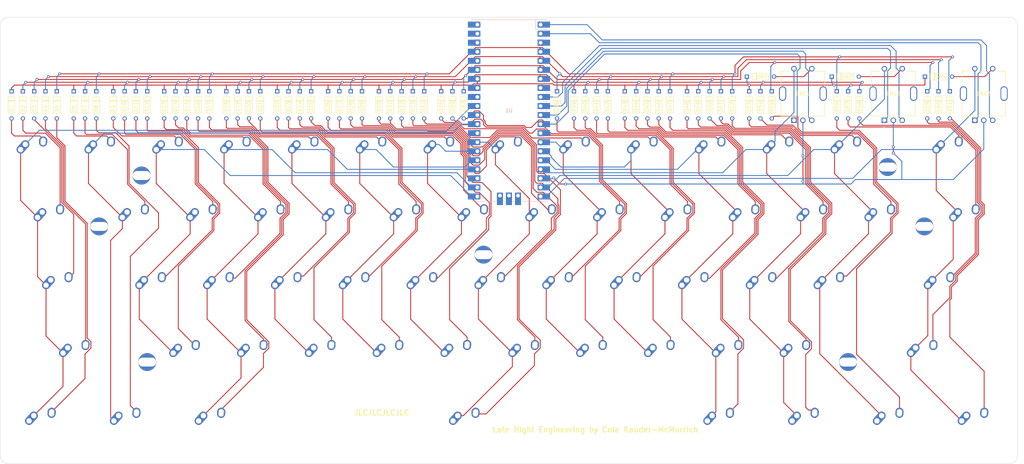
<source format=kicad_pcb>
(kicad_pcb (version 20221018) (generator pcbnew)
  (layers (0 "F.Cu" signal) (31 "B.Cu" signal) (34 "B.Paste" user) (35 "F.Paste" user) (36 "B.SilkS" user "B.Silkscreen") (37 "F.SilkS" user "F.Silkscreen") (38 "B.Mask" user) (39 "F.Mask" user) (44 "Edge.Cuts" user))
  (net 0 "")
  (net 1 "ROW0")
  (net 2 "Net-(D1-A)")
  (net 3 "Net-(D2-A)")
  (net 4 "Net-(D3-A)")
  (net 5 "Net-(D4-A)")
  (net 6 "Net-(D5-A)")
  (net 7 "Net-(D6-A)")
  (net 8 "Net-(D7-A)")
  (net 9 "Net-(D8-A)")
  (net 10 "Net-(D9-A)")
  (net 11 "Net-(D10-A)")
  (net 12 "Net-(D11-A)")
  (net 13 "Net-(D12-A)")
  (net 14 "Net-(D13-A)")
  (net 15 "Net-(D14-A)")
  (net 16 "ROW1")
  (net 17 "Net-(D15-A)")
  (net 18 "Net-(D16-A)")
  (net 19 "Net-(D17-A)")
  (net 20 "Net-(D18-A)")
  (net 21 "Net-(D19-A)")
  (net 22 "Net-(D20-A)")
  (net 23 "Net-(D21-A)")
  (net 24 "Net-(D22-A)")
  (net 25 "Net-(D23-A)")
  (net 26 "Net-(D24-A)")
  (net 27 "Net-(D25-A)")
  (net 28 "Net-(D26-A)")
  (net 29 "Net-(D27-A)")
  (net 30 "Net-(D28-A)")
  (net 31 "ROW2")
  (net 32 "Net-(D29-A)")
  (net 33 "Net-(D30-A)")
  (net 34 "Net-(D31-A)")
  (net 35 "Net-(D32-A)")
  (net 36 "Net-(D33-A)")
  (net 37 "Net-(D34-A)")
  (net 38 "Net-(D35-A)")
  (net 39 "Net-(D36-A)")
  (net 40 "Net-(D37-A)")
  (net 41 "Net-(D38-A)")
  (net 42 "Net-(D39-A)")
  (net 43 "Net-(D40-A)")
  (net 44 "Net-(D41-A)")
  (net 45 "Net-(D42-A)")
  (net 46 "ROW3")
  (net 47 "Net-(D43-A)")
  (net 48 "Net-(D44-A)")
  (net 49 "Net-(D45-A)")
  (net 50 "Net-(D46-A)")
  (net 51 "Net-(D47-A)")
  (net 52 "Net-(D48-A)")
  (net 53 "Net-(D49-A)")
  (net 54 "Net-(D50-A)")
  (net 55 "Net-(D51-A)")
  (net 56 "Net-(D52-A)")
  (net 57 "Net-(D53-A)")
  (net 58 "Net-(D54-A)")
  (net 59 "Net-(D55-A)")
  (net 60 "Net-(D56-A)")
  (net 61 "ROW4")
  (net 62 "Net-(D57-A)")
  (net 63 "Net-(D58-A)")
  (net 64 "Net-(D59-A)")
  (net 65 "Net-(D63-A)")
  (net 66 "Net-(D60-A)")
  (net 67 "Net-(D61-A)")
  (net 68 "Net-(D62-A)")
  (net 69 "Net-(D64-A)")
  (net 70 "COL13")
  (net 73 "COL12")
  (net 76 "COL10")
  (net 79 "COL0")
  (net 80 "COL1")
  (net 81 "COL2")
  (net 82 "COL5")
  (net 83 "COL6")
  (net 84 "COL7")
  (net 85 "COL8")
  (net 86 "COL9")
  (net 87 "COL11")
  (net 91 "COL3")
  (net 92 "COL4")
  (net 93 "ENC1A")
  (net 94 "ENC1B")
  (net 95 "GND")
  (net 96 "ENC2A")
  (net 97 "ENC2B")
  (net 98 "ENC3A")
  (net 99 "ENC3B")
  (net 105 "Net-(U1-GPIO27_ADC1)")
  (net 106 "Net-(U1-ADC_VREF)")
  (net 107 "Net-(U1-3V3)")
  (net 108 "Net-(U1-3V3_EN)")
  (net 109 "Net-(Hole3-Pad)")
  (net 110 "Net-(U1-VSYS)")
  (net 111 "Net-(U1-VBUS)")
  (net 112 "Net-(U1-SWCLK)")
  (net 113 "Net-(U1-SWDIO)")
  (footprint "MX_Alps_Hybrid:MX-2.25U-NoLED" (layer "F.Cu") (at 76.99375 146.05)
    (fp_text reference "MX42")
    (fp_text value "MX-NoLED-U2.25")
  )
  (footprint "onesemi-1N914:ON_Semiconductor-017AG-08_2016-O-MFG" (layer "F.Cu") (at 230.98125 73.81875 -90)
    (fp_text reference "D43")
    (fp_text value "D0-35")
  )
  (footprint "onesemi-1N914:ON_Semiconductor-017AG-08_2016-O-MFG" (layer "F.Cu") (at 319.0875 73.81875 -90)
    (fp_text reference "D60")
    (fp_text value "D0-35")
  )
  (footprint "onesemi-1N914:ON_Semiconductor-017AG-08_2016-O-MFG" (layer "F.Cu") (at 261.14375 73.81875 -90)
    (fp_text reference "D52")
    (fp_text value "D0-35")
  )
  (footprint "MountingHoles:MountingHoleM2-5mmby2mm" (layer "F.Cu") (at 83.34375 107.95)
    (fp_text reference "REF**" hide)
    (fp_text value "MountingHoleM2-5mmby2mm")
  )
  (footprint "MX_Alps_Hybrid:MX-1U-NoLED" (layer "F.Cu") (at 241.3 146.05)
    (fp_text reference "MX50")
    (fp_text value "MX-NoLED-U1")
  )
  (footprint "MX_Alps_Hybrid:MX-1U-NoLED" (layer "F.Cu") (at 155.575 127)
    (fp_text reference "MX33")
    (fp_text value "MX-NoLED-U1")
  )
  (footprint "onesemi-1N914:ON_Semiconductor-017AG-08_2016-O-MFG" (layer "F.Cu") (at 240.50625 73.81875 -90)
    (fp_text reference "D46")
    (fp_text value "D0-35")
  )
  (footprint "MX_Alps_Hybrid:MX-1U-NoLED" (layer "F.Cu") (at 141.2875 88.9)
    (fp_text reference "MX5")
    (fp_text value "MX-NoLED-U1")
  )
  (footprint "MX_Alps_Hybrid:MX-1U-NoLED" (layer "F.Cu") (at 131.7625 107.95)
    (fp_text reference "MX18")
    (fp_text value "MX-NoLED-U1")
  )
  (footprint "MX_Alps_Hybrid:MX-1U-NoLED" (layer "F.Cu") (at 179.3875 88.9)
    (fp_text reference "MX7")
    (fp_text value "MX-NoLED-U1")
  )
  (footprint "onesemi-1N914:ON_Semiconductor-017AG-08_2016-O-MFG" (layer "F.Cu") (at 82.55 73.81875 -90)
    (fp_text reference "D8")
    (fp_text value "D0-35")
  )
  (footprint "onesemi-1N914:ON_Semiconductor-017AG-08_2016-O-MFG" (layer "F.Cu") (at 165.1 73.81875 -90)
    (fp_text reference "D31")
    (fp_text value "D0-35")
  )
  (footprint "onesemi-1N914:ON_Semiconductor-017AG-08_2016-O-MFG" (layer "F.Cu") (at 234.15625 73.81875 -90)
    (fp_text reference "D44")
    (fp_text value "D0-35")
  )
  (footprint "MX_Alps_Hybrid:MX-1U-NoLED" (layer "F.Cu") (at 169.8625 107.95)
    (fp_text reference "MX20")
    (fp_text value "MX-NoLED-U1")
  )
  (footprint "MX_Alps_Hybrid:MX-1.25U-NoLED" (layer "F.Cu") (at 305.59375 165.1)
    (fp_text reference "MX60")
    (fp_text value "MX-NoLED-U1.25")
  )
  (footprint "onesemi-1N914:ON_Semiconductor-017AG-08_2016-O-MFG" (layer "F.Cu") (at 114.3 73.81875 -90)
    (fp_text reference "D17")
    (fp_text value "D0-35")
  )
  (footprint "onesemi-1N914:ON_Semiconductor-017AG-08_2016-O-MFG" (layer "F.Cu") (at 93.6625 73.81875 -90)
    (fp_text reference "D11")
    (fp_text value "D0-35")
  )
  (footprint "MX_Alps_Hybrid:MX-1U-NoLED" (layer "F.Cu") (at 303.2125 107.95)
    (fp_text reference "MX27")
    (fp_text value "MX-NoLED-U1")
  )
  (footprint "MX_Alps_Hybrid:MX-1U-NoLED" (layer "F.Cu") (at 84.1375 88.9)
    (fp_text reference "MX2")
    (fp_text value "MX-NoLED-U1")
  )
  (footprint "onesemi-1N914:ON_Semiconductor-017AG-08_2016-O-MFG" (layer "F.Cu") (at 216.69375 73.81875 -90)
    (fp_text reference "D39")
    (fp_text value "D0-35")
  )
  (footprint "onesemi-1N914:ON_Semiconductor-017AG-08_2016-O-MFG" (layer "F.Cu") (at 248.44375 73.81875 -90)
    (fp_text reference "D48")
    (fp_text value "D0-35")
  )
  (footprint "onesemi-1N914:ON_Semiconductor-017AG-08_2016-O-MFG" (layer "F.Cu") (at 90.4875 73.81875 -90)
    (fp_text reference "D10")
    (fp_text value "D0-35")
  )
  (footprint "onesemi-1N914:ON_Semiconductor-017AG-08_2016-O-MFG" (layer "F.Cu") (at 61.9125 73.81875 -90)
    (fp_text reference "D2")
    (fp_text value "D0-35")
  )
  (footprint "MX_Alps_Hybrid:MX-1U-NoLED" (layer "F.Cu") (at 98.425 127)
    (fp_text reference "MX30")
    (fp_text value "MX-NoLED-U1")
  )
  (footprint "MX_Alps_Hybrid:MX-1U-NoLED" (layer "F.Cu") (at 203.2 146.05)
    (fp_text reference "MX48")
    (fp_text value "MX-NoLED-U1")
  )
  (footprint "onesemi-1N914:ON_Semiconductor-017AG-08_2016-O-MFG" (layer "F.Cu") (at 101.6 73.81875 -90)
    (fp_text reference "D13")
    (fp_text value "D0-35")
  )
  (footprint "onesemi-1N914:ON_Semiconductor-017AG-08_2016-O-MFG" (layer "F.Cu") (at 223.04375 73.81875 -90)
    (fp_text reference "D41")
    (fp_text value "D0-35")
  )
  (footprint "onesemi-1N914:ON_Semiconductor-017AG-08_2016-O-MFG" (layer "F.Cu") (at 136.525 73.81875 -90)
    (fp_text reference "D23")
    (fp_text value "D0-35")
  )
  (footprint "MX_Alps_Hybrid:MX-1.25U-NoLED" (layer "F.Cu") (at 91.28125 165.1)
    (fp_text reference "MX55")
    (fp_text value "MX-NoLED-U1.25")
  )
  (footprint "MX_Alps_Hybrid:MX-1U-NoLED" (layer "F.Cu") (at 160.3375 88.9)
    (fp_text reference "MX6")
    (fp_text value "MX-NoLED-U1")
  )
  (footprint "onesemi-1N914:ON_Semiconductor-017AG-08_2016-O-MFG" (layer "F.Cu") (at 319.0875 65.88125)
    (fp_text reference "D64")
    (fp_text value "D0-35")
  )
  (footprint "" (layer "F.Cu") (at 95.25 93.6625)
    (fp_text reference "")
    (fp_text value "")
  )
  (footprint "onesemi-1N914:ON_Semiconductor-017AG-08_2016-O-MFG" (layer "F.Cu") (at 171.45 73.81875 -90)
    (fp_text reference "D33")
    (fp_text value "D0-35")
  )
  (footprint "MX_Alps_Hybrid:MX-1U-NoLED" (layer "F.Cu") (at 260.35 146.05)
    (fp_text reference "MX51")
    (fp_text value "MX-NoLED-U1")
  )
  (footprint "MX_Alps_Hybrid:MX-2.25U-NoLED" (layer "F.Cu") (at 319.88125 127)
    (fp_text reference "MX41")
    (fp_text value "MX-NoLED-U2.25")
  )
  (footprint "MX_Alps_Hybrid:MX-1U-NoLED" (layer "F.Cu") (at 103.1875 88.9)
    (fp_text reference "MX3")
    (fp_text value "MX-NoLED-U1")
  )
  (footprint "onesemi-1N914:ON_Semiconductor-017AG-08_2016-O-MFG" (layer "F.Cu") (at 107.95 73.81875 -90)
    (fp_text reference "D15")
    (fp_text value "D0-35")
  )
  (footprint "onesemi-1N914:ON_Semiconductor-017AG-08_2016-O-MFG" (layer "F.Cu") (at 147.6375 73.81875 -90)
    (fp_text reference "D26")
    (fp_text value "D0-35")
  )
  (footprint "onesemi-1N914:ON_Semiconductor-017AG-08_2016-O-MFG" (layer "F.Cu") (at 161.925 73.81875 -90)
    (fp_text reference "D30")
    (fp_text value "D0-35")
  )
  (footprint "onesemi-1N914:ON_Semiconductor-017AG-08_2016-O-MFG" (layer "F.Cu") (at 65.0875 73.81875 -90)
    (fp_text reference "D3")
    (fp_text value "D0-35")
  )
  (footprint "MX_Alps_Hybrid:MX-1U-NoLED" (layer "F.Cu") (at 127 146.05)
    (fp_text reference "MX44")
    (fp_text value "MX-NoLED-U1")
  )
  (footprint "Bourns-PEC11L-4120K-S0020:Bourns-PEC11L-4120K-S0020-MFG" (layer "F.Cu") (at 331.7875 70.64375)
    (fp_text reference locked "ENC3")
    (fp_text value locked "PEC11L-4120K-S0020")
  )
  (footprint "onesemi-1N914:ON_Semiconductor-017AG-08_2016-O-MFG" (layer "F.Cu") (at 133.35 73.81875 -90)
    (fp_text reference "D22")
    (fp_text value "D0-35")
  )
  (footprint "onesemi-1N914:ON_Semiconductor-017AG-08_2016-O-MFG" (layer "F.Cu") (at 237.33125 73.81875 -90)
    (fp_text reference "D45")
    (fp_text value "D0-35")
  )
  (footprint "MX_Alps_Hybrid:MX-1.25U-NoLED" (layer "F.Cu") (at 115.09375 165.1)
    (fp_text reference "MX56")
    (fp_text value "MX-NoLED-U1.25")
  )
  (footprint "onesemi-1N914:ON_Semiconductor-017AG-08_2016-O-MFG" (layer "F.Cu") (at 290.5125 73.81875 -90)
    (fp_text reference "D56")
    (fp_text value "D0-35")
  )
  (footprint "MX_Alps_Hybrid:MX-1U-NoLED" (layer "F.Cu") (at 136.525 127)
    (fp_text reference "MX32")
    (fp_text value "MX-NoLED-U1")
  )
  (footprint "onesemi-1N914:ON_Semiconductor-017AG-08_2016-O-MFG" (layer "F.Cu") (at 119.0625 73.81875 -90)
    (fp_text reference "D18")
    (fp_text value "D0-35")
  )
  (footprint "MX_Alps_Hybrid:MX-1U-NoLED" (layer "F.Cu") (at 174.625 127)
    (fp_text reference "MX34")
    (fp_text value "MX-NoLED-U1")
  )
  (footprint "MX_Alps_Hybrid:MX-1U-NoLED" (layer "F.Cu") (at 236.5375 88.9)
    (fp_text reference "MX10")
    (fp_text value "MX-NoLED-U1")
  )
  (footprint "onesemi-1N914:ON_Semiconductor-017AG-08_2016-O-MFG" (layer "F.Cu") (at 122.2375 73.81875 -90)
    (fp_text reference "D19")
    (fp_text value "D0-35")
  )
  (footprint "onesemi-1N914:ON_Semiconductor-017AG-08_2016-O-MFG" (layer "F.Cu") (at 211.93125 73.81875 -90)
    (fp_text reference "D38")
    (fp_text value "D0-35")
  )
  (footprint "onesemi-1N914:ON_Semiconductor-017AG-08_2016-O-MFG" (layer "F.Cu") (at 219.86875 73.81875 -90)
    (fp_text reference "D40")
    (fp_text value "D0-35")
  )
  (footprint "Bourns-PEC11L-4120K-S0020:Bourns-PEC11L-4120K-S0020-MFG" (layer "F.Cu") (at 280.9875 70.64375)
    (fp_text reference locked "ENC1")
    (fp_text value locked "PEC11L-4120K-S0020")
  )
  (footprint "MX_Alps_Hybrid:MX-1U-NoLED" (layer "F.Cu") (at 279.4 146.05)
    (fp_text reference "MX52")
    (fp_text value "MX-NoLED-U1")
  )
  (footprint "MX_Alps_Hybrid:MX-1U-NoLED" (layer "F.Cu") (at 112.7125 107.95)
    (fp_text reference "MX17")
    (fp_text value "MX-NoLED-U1")
  )
  (footprint "onesemi-1N914:ON_Semiconductor-017AG-08_2016-O-MFG" (layer "F.Cu") (at 265.90625 73.81875 -90)
    (fp_text reference "D53")
    (fp_text value "D0-35")
  )
  (footprint "onesemi-1N914:ON_Semiconductor-017AG-08_2016-O-MFG" (layer "F.Cu") (at 58.7375 73.81875 -90)
    (fp_text reference "D1")
    (fp_text value "PI Pico")
  )
  (footprint "MX_Alps_Hybrid:MX-1U-NoLED" (layer "F.Cu") (at 269.875 127)
    (fp_text reference "MX39")
    (fp_text value "MX-NoLED-U1")
  )
  (footprint "MX_Alps_Hybrid:MX-1U-NoLED" (layer "F.Cu") (at 107.95 146.05)
    (fp_text reference "MX43")
    (fp_text value "MX-NoLED-U1")
  )
  (footprint "onesemi-1N914:ON_Semiconductor-017AG-08_2016-O-MFG" (layer "F.Cu") (at 226.21875 73.81875 -90)
    (fp_text reference "D42")
    (fp_text value "D0-35")
  )
  (footprint "Bourns-PEC11L-4120K-S0020:Bourns-PEC11L-4120K-S0020-MFG" (layer "F.Cu") (at 306.3875 70.64375)
    (fp_text reference locked "ENC2")
    (fp_text value locked "PEC11L-4120K-S0020")
  )
  (footprint "onesemi-1N914:ON_Semiconductor-017AG-08_2016-O-MFG" (layer "F.Cu") (at 243.68125 73.81875 -90)
    (fp_text reference "D47")
    (fp_text value "D0-35")
  )
  (footprint "MX_Alps_Hybrid:MX-1U-NoLED" (layer "F.Cu") (at 146.05 146.05)
    (fp_text reference "MX45")
    (fp_text value "MX-NoLED-U1")
  )
  (footprint "onesemi-1N914:ON_Semiconductor-017AG-08_2016-O-MFG" (layer "F.Cu") (at 251.61875 73.81875 -90)
    (fp_text reference "D49")
    (fp_text value "D0-35")
  )
  (footprint "onesemi-1N914:ON_Semiconductor-017AG-08_2016-O-MFG" (layer "F.Cu") (at 139.7 73.81875 -90)
    (fp_text reference "D24")
    (fp_text value "D0-35")
  )
  (footprint "MountingHoles:MountingHoleM2-5mmby2mm" (layer "F.Cu") (at 315.11875 107.95)
    (fp_text reference "REF**" hide)
    (fp_text value "MountingHoleM2-5mmby2mm")
  )
  (footprint "onesemi-1N914:ON_Semiconductor-017AG-08_2016-O-MFG" (layer "F.Cu") (at 157.1625 73.81875 -90)
    (fp_text reference "D29")
    (fp_text value "D0-35")
  )
  (footprint "MX_Alps_Hybrid:MX-1U-NoLED" (layer "F.Cu") (at 231.775 127)
    (fp_text reference "MX37")
    (fp_text value "MX-NoLED-U1")
  )
  (footprint "MountingHoles:MountingHoleM2-5mmby2mm" (layer "F.Cu") (at 95.25 93.6625)
    (fp_text reference "REF**" hide)
    (fp_text value "MountingHoleM2-5mmby2mm")
  )
  (footprint "onesemi-1N914:ON_Semiconductor-017AG-08_2016-O-MFG" (layer "F.Cu") (at 153.9875 73.81875 -90)
    (fp_text reference "D28")
    (fp_text value "D0-35")
  )
  (footprint "MX_Alps_Hybrid:MX-1U-NoLED" (layer "F.Cu") (at 288.925 127)
    (fp_text reference "MX40")
    (fp_text value "MX-NoLED-U1")
  )
  (footprint "onesemi-1N914:ON_Semiconductor-017AG-08_2016-O-MFG" (layer "F.Cu") (at 296.8625 73.81875 -90)
    (fp_text reference "D58")
    (fp_text value "D0-35")
  )
  (footprint "onesemi-1N914:ON_Semiconductor-017AG-08_2016-O-MFG" (layer "F.Cu") (at 104.775 73.81875 -90)
    (fp_text reference "D14")
    (fp_text value "D0-35")
  )
  (footprint "onesemi-1N914:ON_Semiconductor-017AG-08_2016-O-MFG" (layer "F.Cu") (at 76.2 73.81875 -90)
    (fp_text reference "D6")
    (fp_text value "D0-35")
  )
  (footprint "MX_Alps_Hybrid:MX-1.25U-NoLED" (layer "F.Cu") (at 67.46875 165.1)
    (fp_text reference "MX54")
    (fp_text value "MX-NoLED-U1.25")
  )
  (footprint "onesemi-1N914:ON_Semiconductor-017AG-08_2016-O-MFG" (layer "F.Cu") (at 174.625 73.81875 -90)
    (fp_text reference "D34")
    (fp_text value "D0-35")
  )
  (footprint "MX_Alps_Hybrid:MX-1.5U-NoLED" (layer "F.Cu") (at 69.85 107.95)
    (fp_text reference "MX15")
    (fp_text value "MX-NoLED-U1.5")
  )
  (footprint "MX_Alps_Hybrid:MX-1U-NoLED" (layer "F.Cu") (at 212.725 127)
    (fp_text reference "MX36")
    (fp_text value "MX-NoLED-U1")
  )
  (footprint "MX_Alps_Hybrid:MX-1U-NoLED" (layer "F.Cu") (at 222.25 146.05)
    (fp_text reference "MX49")
    (fp_text value "MX-NoLED-U1")
  )
  (footprint "onesemi-1N914:ON_Semiconductor-017AG-08_2016-O-MFG" (layer "F.Cu") (at 269.08125 65.88125)
    (fp_text reference "D62")
    (fp_text value "DO-35")
  )
  (footprint "onesemi-1N914:ON_Semiconductor-017AG-08_2016-O-MFG" (layer "F.Cu") (at 125.4125 73.81875 -90)
    (fp_text reference "D20")
    (fp_text value "D0-35")
  )
  (footprint "MX_Alps_Hybrid:MX-1U-NoLED" (layer "F.Cu") (at 117.475 127)
    (fp_text reference "MX31")
    (fp_text value "MX-NoLED-U1")
  )
  (footprint "MX_Alps_Hybrid:MX-1U-NoLED" (layer "F.Cu") (at 293.6875 88.9)
    (fp_text reference "MX13")
    (fp_text value "MX-NoLED-U1")
  )
  (footprint "onesemi-1N914:ON_Semiconductor-017AG-08_2016-O-MFG" (layer "F.Cu") (at 96.8375 73.81875 -90)
    (fp_text reference "D12")
    (fp_text value "D0-35")
  )
  (footprint "MX_Alps_Hybrid:MX-2.75U-NoLED" (layer "F.Cu") (at 315.11875 146.05)
    (fp_text reference "MX53")
    (fp_text value "MX-NoLED-U2.75")
  )
  (footprint "onesemi-1N914:ON_Semiconductor-017AG-08_2016-O-MFG" (layer "F.Cu") (at 179.3875 73.81875 -90)
    (fp_text reference "D35")
    (fp_text value "D0-35")
  )
  (footprint "onesemi-1N914:ON_Semiconductor-017AG-08_2016-O-MFG" (layer "F.Cu") (at 111.125 73.81875 -90)
    (fp_text reference "D16")
    (fp_text value "D0-35")
  )
  (footprint "onesemi-1N914:ON_Semiconductor-017AG-08_2016-O-MFG" (layer "F.Cu") (at 71.4375 73.81875 -90)
    (fp_text reference "D5")
    (fp_text value "D0-35")
  )
  (footprint "onesemi-1N914:ON_Semiconductor-017AG-08_2016-O-MFG" (layer "F.Cu") (at 322.2625 73.81875 -90)
    (fp_text reference "D61")
    (fp_text value "D0-35")
  )
  (footprint "onesemi-1N914:ON_Semiconductor-017AG-08_2016-O-MFG" (layer "F.Cu") (at 257.96875 73.81875 -90)
    (fp_text reference "D51")
    (fp_text value "D0-35")
  )
  (footprint "MountingHoles:MountingHoleM2-5mmby2mm" (layer "F.Cu") (at 304.8 91.28125)
    (fp_text reference "REF**" hide)
    (fp_text value "MountingHoleM2-5mmby2mm")
  )
  (footprint "MX_Alps_Hybrid:MX-1U-NoLED" (layer "F.Cu") (at 227.0125 107.95)
    (fp_text reference "MX23")
    (fp_text value "MX-NoLED-U1")
  )
  (footprint "MX_Alps_Hybrid:MX-6.25U-ReversedStabilizers-NoLED" (layer "F.Cu") (at 186.53125 165.1)
    (fp_text reference "MX57")
    (fp_text value "MX-NoLED-U6.25")
  )
  (footprint "onesemi-1N914:ON_Semiconductor-017AG-08_2016-O-MFG" (layer "F.Cu") (at 272.25625 73.81875 -90)
    (fp_text reference "D55")
    (fp_text value "D0-35")
  )
  (footprint "MX_Alps_Hybrid:MX-1U-NoLED" (layer "F.Cu") (at 198.4375 88.9)
    (fp_text reference "MX8")
    (fp_text value "MX-NoLED-U1")
  )
  (footprint "onesemi-1N914:ON_Semiconductor-017AG-08_2016-O-MFG" (layer "F.Cu") (at 269.08125 73.81875 -90)
    (fp_text reference "D54")
    (fp_text value "D0-35")
  )
  (footprint "MX_Alps_Hybrid:MX-1U-NoLED" (layer "F.Cu") (at 184.15 146.05)
    (fp_text reference "MX47")
    (fp_text value "MX-NoLED-U1")
  )
  (footprint "MX_Alps_Hybrid:MX-1.25U-NoLED" (layer "F.Cu") (at 281.78125 165.1)
    (fp_text reference "MX59")
    (fp_text value "MX-NoLED-U1.25")
  )
  (footprint "onesemi-1N914:ON_Semiconductor-017AG-08_2016-O-MFG" (layer "F.Cu") (at 128.5875 73.81875 -90)
    (fp_text reference "D21")
    (fp_text value "D0-35")
  )
  (footprint "onesemi-1N914:ON_Semiconductor-017AG-08_2016-O-MFG" (layer "F.Cu") (at 315.9125 73.81875 -90)
    (fp_text reference "D59")
    (fp_text value "D0-35")
  )
  (footprint "MX_Alps_Hybrid:MX-1U-NoLED" (layer "F.Cu") (at 165.1 146.05)
    (fp_text reference "MX46")
    (fp_text value "MX-NoLED-U1")
  )
  (footprint "onesemi-1N914:ON_Semiconductor-017AG-08_2016-O-MFG" (layer "F.Cu") (at 150.8125 73.81875 -90)
    (fp_text reference "D27")
    (fp_text value "D0-35")
  )
  (footprint "MountingHoles:MountingHoleM2-5mmby2mm" (layer "F.Cu") (at 96.8375 146.05)
    (fp_text reference "REF**" hide)
    (fp_text value "MountingHoleM2-5mmby2mm")
  )
  (footprint "MX_Alps_Hybrid:MX-1.25U-NoLED" (layer "F.Cu") (at 257.96875 165.1)
    (fp_text reference "MX58")
    (fp_text value "MX-NoLED-U1.25")
  )
  (footprint "onesemi-1N914:ON_Semiconductor-017AG-08_2016-O-MFG" (layer "F.Cu") (at 254.79375 73.81875 -90)
    (fp_text reference "D50")
    (fp_text value "D0-35")
  )
  (footprint "onesemi-1N914:ON_Semiconductor-017AG-08_2016-O-MFG" (layer "F.Cu") (at 293.6875 73.81875 -90)
    (fp_text reference "D57")
    (fp_text value "D0-35")
  )
  (footprint "onesemi-1N914:ON_Semiconductor-017AG-08_2016-O-MFG" (layer "F.Cu") (at 68.2625 73.81875 -90)
    (fp_text reference "D4")
    (fp_text value "D0-35")
  )
  (footprint "MX_Alps_Hybrid:MX-1U-NoLED" (layer "F.Cu") (at 284.1625 107.95)
    (fp_text reference "MX26")
    (fp_text value "MX-NoLED-U1")
  )
  (footprint "MX_Alps_Hybrid:MX-1U-NoLED" (layer "F.Cu") (at 193.675 127)
    (fp_text reference "MX35")
    (fp_text value "MX-NoLED-U1")
  )
  (footprint "MX_Alps_Hybrid:MX-1U-NoLED" (layer "F.Cu") (at 246.0625 107.95)
    (fp_text reference "MX24")
    (fp_text value "MX-NoLED-U1")
  )
  (footprint "onesemi-1N914:ON_Semiconductor-017AG-08_2016-O-MFG" (layer "F.Cu") (at 87.3125 73.81875 -90)
    (fp_text reference "D9")
    (fp_text value "D0-35")
  )
  (footprint "onesemi-1N914:ON_Semiconductor-017AG-08_2016-O-MFG" (layer "F.Cu") (at 79.375 73.81875 -90)
    (fp_text reference "D7")
    (fp_text value "D0-35")
  )
  (footprint "onesemi-1N914:ON_Semiconductor-017AG-08_2016-O-MFG" (layer "F.Cu") (at 292.89375 65.88125)
    (fp_text reference "D63")
    (fp_text value "D0-35")
  )
  (footprint "MX_Alps_Hybrid:MX-1U-NoLED" (layer "F.Cu") (at 250.825 127)
    (fp_text reference "MX38")
    (fp_text value "MX-NoLED-U1")
  )
  (footprint "MX_Alps_Hybrid:MX-1U-NoLED" (layer "F.Cu") (at 188.9125 107.95)
    (fp_text reference "MX21")
    (fp_text value "MX-NoLED-U1")
  )
  (footprint "MX_Alps_Hybrid:MX-1U-NoLED" (layer "F.Cu") (at 150.8125 107.95)
    (fp_text reference "MX19")
    (fp_text value "MX-NoLED-U1")
  )
  (footprint "MX_Alps_Hybrid:MX-1U-NoLED" (layer "F.Cu") (at 265.1125 107.95)
    (fp_text reference "MX25")
    (fp_text value "MX-NoLED-U1")
  )
  (footprint "onesemi-1N914:ON_Semiconductor-017AG-08_2016-O-MFG" (layer "F.Cu") (at 182.5625 73.81875 -90)
    (fp_text reference "D36")
    (fp_text value "D0-35")
  )
  (footprint "MountingHoles:MountingHoleM2-5mmby2mm" (layer "F.Cu") (at 191.29375 115.8875)
    (fp_text reference "REF**" hide)
    (fp_text value "MountingHoleM2-5mmby2mm")
  )
  (footprint "MX_Alps_Hybrid:MX-2U-NoLED" (layer "F.Cu") (at 322.2625 88.9)
    (fp_text reference "MX14")
    (fp_text value "MX-NoLED-U2")
  )
  (footprint "MX_Alps_Hybrid:MX-1.25U-NoLED" (layer "F.Cu") (at 329.40625 165.1)
    (fp_text reference "MX61")
    (fp_text value "MX-NoLED-U1.25")
  )
  (footprint "MX_Alps_Hybrid:MX-1.5U-NoLED" (layer "F.Cu") (at 327.025 107.95)
    (fp_text reference "MX28")
    (fp_text value "MX-NoLED-U1.5")
  )
  (footprint "MX_Alps_Hybrid:MX-1U-NoLED" (layer "F.Cu") (at 274.6375 88.9)
    (fp_text reference "MX12")
    (fp_text value "MX-NoLED-U1")
  )
  (footprint "onesemi-1N914:ON_Semiconductor-017AG-08_2016-O-MFG" (layer "F.Cu") (at 142.875 73.81875 -90)
    (fp_text reference "D25")
    (fp_text value "D0-35")
  )
  (footprint "MX_Alps_Hybrid:MX-1U-NoLED" (layer "F.Cu") (at 93.6625 107.95)
    (fp_text reference "MX16")
    (fp_text value "MX-NoLED-U1")
  )
  (footprint "MX_Alps_Hybrid:MX-1U-NoLED" (layer "F.Cu") (at 65.0875 88.9)
    (fp_text reference "MX1")
    (fp_text value "MX-NoLED-U1")
  )
  (footprint "MX_Alps_Hybrid:MX-1U-NoLED" (layer "F.Cu") (at 122.2375 88.9)
    (fp_text reference "MX4")
    (fp_text value "MX-NoLED-U1")
  )
  (footprint "MountingHoles:MountingHoleM2-5mmby2mm" (layer "F.Cu") (at 293.6875 146.05)
    (fp_text reference "REF**" hide)
    (fp_text value "MountingHoleM2-5mmby2mm")
  )
  (footprint "MX_Alps_Hybrid:MX-1U-NoLED" (layer "F.Cu") (at 255.5875 88.9)
    (fp_text reference "MX11")
    (fp_text value "MX-NoLED-U1")
  )
  (footprint "onesemi-1N914:ON_Semiconductor-017AG-08_2016-O-MFG" (layer "F.Cu") (at 168.275 73.81875 -90)
    (fp_text reference "D32")
    (fp_text value "D0-35")
  )
  (footprint "MX_Alps_Hybrid:MX-1.75U-NoLED" (layer "F.Cu") (at 72.23125 127)
    (fp_text reference "MX29")
    (fp_text value "MX-NoLED-U1.75")
  )
  (footprint "onesemi-1N914:ON_Semiconductor-017AG-08_2016-O-MFG" (layer "F.Cu") (at 185.7375 73.81875 -90)
    (fp_text reference "D37")
    (fp_text value "D0-35")
  )
  (footprint "MX_Alps_Hybrid:MX-1U-NoLED" (layer "F.Cu") (at 207.9625 107.95)
    (fp_text reference "MX22")
    (fp_text value "MX-NoLED-U1")
  )
  (footprint "MX_Alps_Hybrid:MX-1U-NoLED" (layer "F.Cu") (at 217.4875 88.9)
    (fp_text reference "MX9")
    (fp_text value "MX-NoLED-U1")
  )
  (footprint "MCU_RaspberryPi_and_Boards:RPi_Pico_SMD_TH" (layer "B.Cu") (at 198.4375 75.40625 180)
    (fp_text reference "U1")
    (fp_text value "Pico")
  )
  (gr_line (start 57.94375 49.2125) (end 338.93125 49.2125) (stroke (width 0.1)) (layer "Edge.Cuts"))
  (gr_line (start 55.5625 51.59375) (end 55.5625 172.24375) (stroke (width 0.1)) (layer "Edge.Cuts"))
  (gr_arc (start 341.3125 172.24375) (mid 340.615048 173.927548) (end 338.93125 174.625) (stroke (width 0.1)) (layer "Edge.Cuts"))
  (gr_arc (start 338.93125 49.2125) (mid 340.615048 49.909952) (end 341.3125 51.59375) (stroke (width 0.1)) (layer "Edge.Cuts"))
  (gr_arc (start 57.94375 174.625) (mid 56.259952 173.927548) (end 55.5625 172.24375) (stroke (width 0.1)) (layer "Edge.Cuts"))
  (gr_line (start 341.3125 51.59375) (end 341.3125 172.24375) (stroke (width 0.1)) (layer "Edge.Cuts"))
  (gr_line (start 338.93125 174.625) (end 57.94375 174.625) (stroke (width 0.1)) (layer "Edge.Cuts"))
  (gr_arc (start 55.5625 51.59375) (mid 56.259952 49.909952) (end 57.94375 49.2125) (stroke (width 0.1)) (layer "Edge.Cuts"))
  (gr_text "JLCJLCJLCJLC" (at 154.78125 161.13125) (layer "F.SilkS") (effects (font (size 1.5 1.5) (thickness 0.3) bold) (justify left bottom)))
  (gr_text "Late Night Engineering by Cole Kauder-McMurrich" (at 193.675 165.89375) (layer "F.SilkS") (effects (font (size 1.5 1.5) (thickness 0.3) bold) (justify left bottom)))
  (segment (start 119.0625 68.2625) (end 133.35 68.2625) (width 0.25) (layer "F.Cu") (net 1))
  (segment (start 133.35 70.00575) (end 133.35 68.2625) (width 0.25) (layer "F.Cu") (net 1))
  (segment (start 265.90625 70.00575) (end 265.90625 68.2625) (width 0.25) (layer "F.Cu") (net 1))
  (segment (start 87.3125 68.2625) (end 101.6 68.2625) (width 0.25) (layer "F.Cu") (net 1))
  (segment (start 87.3125 70.00575) (end 87.3125 68.2625) (width 0.25) (layer "F.Cu") (net 1))
  (segment (start 161.925 68.2625) (end 179.3875 68.2625) (width 0.25) (layer "F.Cu") (net 1))
  (segment (start 211.1375 68.2625) (end 216.69375 68.2625) (width 0.25) (layer "F.Cu") (net 1))
  (segment (start 265.90625 68.2625) (end 294.48125 68.2625) (width 0.25) (layer "F.Cu") (net 1))
  (segment (start 133.35 68.2625) (end 147.6375 68.2625) (width 0.25) (layer "F.Cu") (net 1))
  (segment (start 248.44375 68.2625) (end 265.1125 68.2625) (width 0.25) (layer "F.Cu") (net 1))
  (segment (start 119.0625 70.00575) (end 119.0625 68.2625) (width 0.25) (layer "F.Cu") (net 1))
  (segment (start 230.98125 68.2625) (end 248.44375 68.2625) (width 0.25) (layer "F.Cu") (net 1))
  (segment (start 248.44375 70.00575) (end 248.44375 68.2625) (width 0.25) (layer "F.Cu") (net 1))
  (segment (start 59.53125 68.2625) (end 87.3125 68.2625) (width 0.25) (layer "F.Cu") (net 1))
  (segment (start 147.6375 70.00575) (end 147.6375 68.2625) (width 0.25) (layer "F.Cu") (net 1))
  (segment (start 101.6 70.00575) (end 101.6 68.2625) (width 0.25) (layer "F.Cu") (net 1))
  (segment (start 188.11875 68.2625) (end 188.5 67.88125) (width 0.25) (layer "F.Cu") (net 1))
  (segment (start 189.70625 67.88125) (end 189.5475 67.7225) (width 0.25) (layer "F.Cu") (net 1))
  (segment (start 216.69375 68.2625) (end 230.98125 68.2625) (width 0.25) (layer "F.Cu") (net 1))
  (segment (start 58.7375 69.05625) (end 59.53125 68.2625) (width 0.25) (layer "F.Cu") (net 1))
  (segment (start 76.2 70.00575) (end 76.2 68.2625) (width 0.25) (layer "F.Cu") (net 1))
  (segment (start 179.3875 68.2625) (end 188.11875 68.2625) (width 0.25) (layer "F.Cu") (net 1))
  (segment (start 189.70625 67.88125) (end 210.75625 67.88125) (width 0.25) (layer "F.Cu") (net 1))
  (segment (start 315.2745 65.88125) (end 315.2745 68.10675) (width 0.25) (layer "F.Cu") (net 1))
  (segment (start 179.3875 70.00575) (end 179.3875 68.2625) (width 0.25) (layer "F.Cu") (net 1))
  (segment (start 188.5 67.88125) (end 189.70625 67.88125) (width 0.25) (layer "F.Cu") (net 1))
  (segment (start 315.2745 68.10675) (end 315.11875 68.2625) (width 0.25) (layer "F.Cu") (net 1))
  (segment (start 265.1125 68.2625) (end 265.90625 68.2625) (width 0.25) (layer "F.Cu") (net 1))
  (segment (start 161.925 70.00575) (end 161.925 68.2625) (width 0.25) (layer "F.Cu") (net 1))
  (segment (start 101.6 68.2625) (end 119.0625 68.2625) (width 0.25) (layer "F.Cu") (net 1))
  (segment (start 216.69375 70.00575) (end 216.69375 68.2625) (width 0.25) (layer "F.Cu") (net 1))
  (segment (start 210.75625 67.88125) (end 211.1375 68.2625) (width 0.25) (layer "F.Cu") (net 1))
  (segment (start 230.98125 70.00575) (end 230.98125 68.2625) (width 0.25) (layer "F.Cu") (net 1))
  (segment (start 189.5475 67.7225) (end 189.5475 66.51625) (width 0.25) (layer "F.Cu") (net 1))
  (segment (start 147.6375 68.2625) (end 161.925 68.2625) (width 0.25) (layer "F.Cu") (net 1))
  (segment (start 58.7375 70.00575) (end 58.7375 69.05625) (width 0.25) (layer "F.Cu") (net 1))
  (segment (start 294.48125 68.2625) (end 315.11875 68.2625) (width 0.25) (layer "F.Cu") (net 1))
  (via (at 289.71875 68.2625) (size 0.8) (drill 0.4) (layers "F.Cu" "B.Cu") (net 1))
  (via (at 294.48125 68.2625) (size 0.8) (drill 0.4) (layers "F.Cu" "B.Cu") (net 1))
  (via (at 265.90625 68.2625) (size 0.8) (drill 0.4) (layers "F.Cu" "B.Cu") (net 1))
  (segment (start 293.6875 70.00575) (end 293.6875 69.05625) (width 0.25) (layer "B.Cu") (net 1))
  (segment (start 265.26825 67.6245) (end 265.90625 68.2625) (width 0.25) (layer "B.Cu") (net 1))
  (segment (start 265.26825 65.88125) (end 265.26825 67.6245) (width 0.25) (layer "B.Cu") (net 1))
  (segment (start 289.08075 65.88125) (end 289.08075 67.6245) (width 0.25) (layer "B.Cu") (net 1))
  (segment (start 293.6875 69.05625) (end 294.48125 68.2625) (width 0.25) (layer "B.Cu") (net 1))
  (segment (start 289.08075 67.6245) (end 289.71875 68.2625) (width 0.25) (layer "B.Cu") (net 1))
  (segment (start 67.5875 84.4) (end 67.5875 83.4625) (width 0.25) (layer "F.Cu") (net 2))
  (segment (start 58.7375 81.75625) (end 58.7375 77.63175) (width 0.25) (layer "F.Cu") (net 2))
  (segment (start 67.5875 83.4625) (end 66.675 82.55) (width 0.25) (layer "F.Cu") (net 2))
  (segment (start 59.53125 82.55) (end 58.7375 81.75625) (width 0.25) (layer "F.Cu") (net 2))
  (segment (start 66.675 82.55) (end 59.53125 82.55) (width 0.25) (layer "F.Cu") (net 2))
  (segment (start 62.70625 81.75625) (end 61.9125 80.9625) (width 0.25) (layer "F.Cu") (net 3))
  (segment (start 72.39 102.87) (end 72.39 85.88375) (width 0.25) (layer "F.Cu") (net 3))
  (segment (start 61.9125 80.9625) (end 61.9125 77.63175) (width 0.25) (layer "F.Cu") (net 3))
  (segment (start 72.39 85.88375) (end 68.2625 81.75625) (width 0.25) (layer "F.Cu") (net 3))
  (segment (start 68.2625 81.75625) (end 62.70625 81.75625) (width 0.25) (layer "F.Cu") (net 3))
  (segment (start 72.84 85.697354) (end 65.0875 77.944854) (width 0.25) (layer "F.Cu") (net 4))
  (segment (start 76.18 104.561645) (end 72.84 101.221645) (width 0.25) (layer "F.Cu") (net 4))
  (segment (start 72.84 101.221645) (end 72.84 85.697354) (width 0.25) (layer "F.Cu") (net 4))
  (segment (start 65.0875 77.944854) (end 65.0875 77.63175) (width 0.25) (layer "F.Cu") (net 4))
  (segment (start 74.73125 122.5) (end 76.18 121.05125) (width 0.25) (layer "F.Cu") (net 4))
  (segment (start 76.18 121.05125) (end 76.18 104.561645) (width 0.25) (layer "F.Cu") (net 4))
  (segment (start 79.53375 107.278999) (end 73.29 101.035249) (width 0.25) (layer "F.Cu") (net 5))
  (segment (start 73.29 101.035249) (end 73.29 85.510958) (width 0.25) (layer "F.Cu") (net 5))
  (segment (start 68.2625 80.483458) (end 68.2625 77.63175) (width 0.25) (layer "F.Cu") (net 5))
  (segment (start 73.29 85.510958) (end 68.2625 80.483458) (width 0.25) (layer "F.Cu") (net 5))
  (segment (start 79.53375 140.97) (end 79.53375 107.278999) (width 0.25) (layer "F.Cu") (net 5))
  (segment (start 79.98375 139.321645) (end 81.021637 140.359532) (width 0.25) (layer "F.Cu") (net 6))
  (segment (start 73.74 85.324562) (end 73.74 100.848853) (width 0.25) (layer "F.Cu") (net 6))
  (segment (start 79.36265 143.785291) (end 79.36265 150.6661) (width 0.25) (layer "F.Cu") (net 6))
  (segment (start 71.4375 83.022062) (end 73.74 85.324562) (width 0.25) (layer "F.Cu") (net 6))
  (segment (start 81.021637 142.126304) (end 79.36265 143.785291) (width 0.25) (layer "F.Cu") (net 6))
  (segment (start 71.4375 77.63175) (end 71.4375 83.022062) (width 0.25) (layer "F.Cu") (net 6))
  (segment (start 81.021637 140.359532) (end 81.021637 142.126304) (width 0.25) (layer "F.Cu") (net 6))
  (segment (start 79.98375 107.092603) (end 79.98375 139.321645) (width 0.25) (layer "F.Cu") (net 6))
  (segment (start 73.74 100.848853) (end 79.98375 107.092603) (width 0.25) (layer "F.Cu") (net 6))
  (segment (start 79.36265 150.6661) (end 70.00875 160.02) (width 0.25) (layer "F.Cu") (net 6))
  (segment (start 76.99375 82.55) (end 76.2 81.75625) (width 0.25) (layer "F.Cu") (net 7))
  (segment (start 85.4075 82.55) (end 76.99375 82.55) (width 0.25) (layer "F.Cu") (net 7))
  (segment (start 76.2 81.75625) (end 76.2 77.63175) (width 0.25) (layer "F.Cu") (net 7))
  (segment (start 86.6775 83.82) (end 85.4075 82.55) (width 0.25) (layer "F.Cu") (net 7))
  (segment (start 79.71875 82.1) (end 79.375 81.75625) (width 0.25) (layer "F.Cu") (net 8))
  (segment (start 79.375 81.75625) (end 79.375 77.63175) (width 0.25) (layer "F.Cu") (net 8))
  (segment (start 91.28125 96.04375) (end 91.28125 86.37314) (width 0.25) (layer "F.Cu") (net 8))
  (segment (start 96.1625 100.925) (end 91.28125 96.04375) (width 0.25) (layer "F.Cu") (net 8))
  (segment (start 87.00811 82.1) (end 79.71875 82.1) (width 0.25) (layer "F.Cu") (net 8))
  (segment (start 91.28125 86.37314) (end 87.00811 82.1) (width 0.25) (layer "F.Cu") (net 8))
  (segment (start 96.1625 103.45) (end 96.1625 100.925) (width 0.25) (layer "F.Cu") (net 8))
  (segment (start 92.095 116.365267) (end 100.0125 108.447767) (width 0.25) (layer "F.Cu") (net 9))
  (segment (start 92.095 158.29375) (end 92.095 116.365267) (width 0.25) (layer "F.Cu") (net 9))
  (segment (start 100.0125 104.138604) (end 91.73125 95.857354) (width 0.25) (layer "F.Cu") (net 9))
  (segment (start 100.0125 108.447767) (end 100.0125 104.138604) (width 0.25) (layer "F.Cu") (net 9))
  (segment (start 93.82125 160.02) (end 92.095 158.29375) (width 0.25) (layer "F.Cu") (net 9))
  (segment (start 91.73125 95.857354) (end 91.73125 85.38125) (width 0.25) (layer "F.Cu") (net 9))
  (segment (start 83.2375 81.65) (end 82.55 80.9625) (width 0.25) (layer "F.Cu") (net 9))
  (segment (start 82.55 80.9625) (end 82.55 77.63175) (width 0.25) (layer "F.Cu") (net 9))
  (segment (start 91.73125 85.38125) (end 88 81.65) (width 0.25) (layer "F.Cu") (net 9))
  (segment (start 88 81.65) (end 83.2375 81.65) (width 0.25) (layer "F.Cu") (net 9))
  (segment (start 104.4575 82.55) (end 89.69375 82.55) (width 0.25) (layer "F.Cu") (net 10))
  (segment (start 105.7275 83.82) (end 104.4575 82.55) (width 0.25) (layer "F.Cu") (net 10))
  (segment (start 89.69375 82.55) (end 87.3125 80.16875) (width 0.25) (layer "F.Cu") (net 10))
  (segment (start 87.3125 80.16875) (end 87.3125 77.63175) (width 0.25) (layer "F.Cu") (net 10))
  (segment (start 115.2525 100.965) (end 110.33125 96.04375) (width 0.25) (layer "F.Cu") (net 11))
  (segment (start 115.2525 102.87) (end 115.2525 100.965) (width 0.25) (layer "F.Cu") (net 11))
  (segment (start 90.4875 81.75625) (end 90.4875 77.63175) (width 0.25) (layer "F.Cu") (net 11))
  (segment (start 110.33125 86.319559) (end 106.111691 82.1) (width 0.25) (layer "F.Cu") (net 11))
  (segment (start 110.33125 96.04375) (end 110.33125 86.319559) (width 0.25) (layer "F.Cu") (net 11))
  (segment (start 90.83125 82.1) (end 90.4875 81.75625) (width 0.25) (layer "F.Cu") (net 11))
  (segment (start 106.111691 82.1) (end 90.83125 82.1) (width 0.25) (layer "F.Cu") (net 11))
  (segment (start 110.78125 86.133163) (end 106.298087 81.65) (width 0.25) (layer "F.Cu") (net 12))
  (segment (start 93.6625 80.9625) (end 93.6625 77.63175) (width 0.25) (layer "F.Cu") (net 12))
  (segment (start 116.740387 101.816491) (end 110.78125 95.857354) (width 0.25) (layer "F.Cu") (net 12))
  (segment (start 115.09375 105.672941) (end 116.740387 104.026304) (width 0.25) (layer "F.Cu") (net 12))
  (segment (start 94.35 81.65) (end 93.6625 80.9625) (width 0.25) (layer "F.Cu") (net 12))
  (segment (start 106.298087 81.65) (end 94.35 81.65) (width 0.25) (layer "F.Cu") (net 12))
  (segment (start 115.09375 108.918881) (end 115.09375 105.672941) (width 0.25) (layer "F.Cu") (net 12))
  (segment (start 101.512631 122.5) (end 115.09375 108.918881) (width 0.25) (layer "F.Cu") (net 12))
  (segment (start 116.740387 104.026304) (end 116.740387 101.816491) (width 0.25) (layer "F.Cu") (net 12))
  (segment (start 100.925 122.5) (end 101.512631 122.5) (width 0.25) (layer "F.Cu") (net 12))
  (segment (start 110.78125 95.857354) (end 110.78125 86.133163) (width 0.25) (layer "F.Cu") (net 12))
  (segment (start 111.23125 85.83125) (end 106.6 81.2) (width 0.25) (layer "F.Cu") (net 13))
  (segment (start 105.56875 119.080277) (end 115.54375 109.105277) (width 0.25) (layer "F.Cu") (net 13))
  (segment (start 96.8375 80.9625) (end 96.8375 77.63175) (width 0.25) (layer "F.Cu") (net 13))
  (segment (start 105.56875 136.66875) (end 105.56875 119.080277) (width 0.25) (layer "F.Cu") (net 13))
  (segment (start 115.54375 109.105277) (end 115.54375 105.875966) (width 0.25) (layer "F.Cu") (net 13))
  (segment (start 111.23125 95.670958) (end 111.23125 85.83125) (width 0.25) (layer "F.Cu") (net 13))
  (segment (start 106.6 81.2) (end 97.075 81.2) (width 0.25) (layer "F.Cu") (net 13))
  (segment (start 117.190387 104.229329) (end 117.190387 101.630095) (width 0.25) (layer "F.Cu") (net 13))
  (segment (start 115.54375 105.875966) (end 117.190387 104.229329) (width 0.25) (layer "F.Cu") (net 13))
  (segment (start 97.075 81.2) (end 96.8375 80.9625) (width 0.25) (layer "F.Cu") (net 13))
  (segment (start 110.45 141.55) (end 105.56875 136.66875) (width 0.25) (layer "F.Cu") (net 13))
  (segment (start 117.190387 101.630095) (end 111.23125 95.670958) (width 0.25) (layer "F.Cu") (net 13))
  (segment (start 106.786396 80.75) (end 102.18125 80.75) (width 0.25) (layer "F.Cu") (net 14))
  (segment (start 101.6 80.16875) (end 101.6 77.63175) (width 0.25) (layer "F.Cu") (net 14))
  (segment (start 102.18125 80.75) (end 101.6 80.16875) (width 0.25) (layer "F.Cu") (net 14))
  (segment (start 123.739613 82.782113) (end 108.818509 82.782113) (width 0.25) (layer "F.Cu") (net 14))
  (segment (start 124.7775 83.82) (end 123.739613 82.782113) (width 0.25) (layer "F.Cu") (net 14))
  (segment (start 108.818509 82.782113) (end 106.786396 80.75) (width 0.25) (layer "F.Cu") (net 14))
  (segment (start 109.004905 82.332113) (end 106.972792 80.3) (width 0.25) (layer "F.Cu") (net 15))
  (segment (start 134.2625 100.925) (end 129.38125 96.04375) (width 0.25) (layer "F.Cu") (net 15))
  (segment (start 129.38125 96.04375) (end 129.38125 86.319559) (width 0.25) (layer "F.Cu") (net 15))
  (segment (start 105.7 80.3) (end 104.775 79.375) (width 0.25) (layer "F.Cu") (net 15))
  (segment (start 106.972792 80.3) (end 105.7 80.3) (width 0.25) (layer "F.Cu") (net 15))
  (segment (start 134.2625 103.45) (end 134.2625 100.925) (width 0.25) (layer "F.Cu") (net 15))
  (segment (start 125.393804 82.332113) (end 109.004905 82.332113) (width 0.25) (layer "F.Cu") (net 15))
  (segment (start 129.38125 86.319559) (end 125.393804 82.332113) (width 0.25) (layer "F.Cu") (net 15))
  (segment (start 104.775 79.375) (end 104.775 77.63175) (width 0.25) (layer "F.Cu") (net 15))
  (segment (start 174.6625 67.43125) (end 183.35625 67.43125) (width 0.25) (layer "F.Cu") (net 16))
  (segment (start 207.16875 65.34125) (end 209.01 65.34125) (width 0.25) (layer "F.Cu") (net 16))
  (segment (start 123.03125 67.46875) (end 137.31875 67.46875) (width 0.25) (layer "F.Cu") (net 16))
  (segment (start 91.28125 67.46875) (end 105.56875 67.46875) (width 0.25) (layer "F.Cu") (net 16))
  (segment (start 211.1375 67.46875) (end 220.6625 67.46875) (width 0.25) (layer "F.Cu") (net 16))
  (segment (start 207.16875 66.3575) (end 207.3275 66.51625) (width 0.25) (layer "F.Cu") (net 16))
  (segment (start 174.625 67.46875) (end 174.6625 67.43125) (width 0.25) (layer "F.Cu") (net 16))
  (segment (start 137.31875 67.46875) (end 151.60625 67.46875) (width 0.25) (layer "F.Cu") (net 16))
  (segment (start 105.56875 67.46875) (end 123.03125 67.46875) (width 0.25) (layer "F.Cu") (net 16))
  (segment (start 209.01 65.34125) (end 211.1375 67.46875) (width 0.25) (layer "F.Cu") (net 16))
  (segment (start 269.875 67.46875) (end 297.65625 67.46875) (width 0.25) (layer "F.Cu") (net 16))
  (segment (start 189.060799 65.34125) (end 207.16875 65.34125) (width 0.25) (layer "F.Cu") (net 16))
  (segment (start 207.16875 65.34125) (end 207.16875 66.3575) (width 0.25) (layer "F.Cu") (net 16))
  (segment (start 186.970799 67.43125) (end 189.060799 65.34125) (width 0.25) (layer "F.Cu") (net 16))
  (segment (start 183.35625 67.43125) (end 186.970799 67.43125) (width 0.25) (layer "F.Cu") (net 16))
  (segment (start 220.6625 67.46875) (end 234.95 67.46875) (width 0.25) (layer "F.Cu") (net 16))
  (segment (start 165.89375 67.46875) (end 174.625 67.46875) (width 0.25) (layer "F.Cu") (net 16))
  (segment (start 151.60625 67.46875) (end 165.89375 67.46875) (width 0.25) (layer "F.Cu") (net 16))
  (segment (start 234.95 67.46875) (end 269.875 67.46875) (width 0.25) (layer "F.Cu") (net 16))
  (segment (start 62.70625 67.46875) (end 91.28125 67.46875) (width 0.25) (layer "F.Cu") (net 16))
  (via (at 183.35625 67.43125) (size 0.8) (drill 0.4) (layers "F.Cu" "B.Cu") (net 16))
  (via (at 62.70625 67.46875) (size 0.8) (drill 0.4) (layers "F.Cu" "B.Cu") (net 16))
  (via (at 137.31875 67.46875) (size 0.8) (drill 0.4) (layers "F.Cu" "B.Cu") (net 16))
  (via (at 269.875 67.46875) (size 0.8) (drill 0.4) (layers "F.Cu" "B.Cu") (net 16))
  (via (at 252.4125 67.46875) (size 0.8) (drill 0.4) (layers "F.Cu" "B.Cu") (net 16))
  (via (at 91.28125 67.46875) (size 0.8) (drill 0.4) (layers "F.Cu" "B.Cu") (net 16))
  (via (at 151.60625 67.46875) (size 0.8) (drill 0.4) (layers "F.Cu" "B.Cu") (net 16))
  (via (at 123.03125 67.46875) (size 0.8) (drill 0.4) (layers "F.Cu" "B.Cu") (net 16))
  (via (at 220.6625 67.46875) (size 0.8) (drill 0.4) (layers "F.Cu" "B.Cu") (net 16))
  (via (at 80.16875 67.46875) (size 0.8) (drill 0.4) (layers "F.Cu" "B.Cu") (net 16))
  (via (at 105.56875 67.46875) (size 0.8) (drill 0.4) (layers "F.Cu" "B.Cu") (net 16))
  (via (at 297.65625 67.46875) (size 0.8) (drill 0.4) (layers "F.Cu" "B.Cu") (net 16))
  (via (at 165.89375 67.46875) (size 0.8) (drill 0.4) (layers "F.Cu" "B.Cu") (net 16))
  (via (at 234.95 67.46875) (size 0.8) (drill 0.4) (layers "F.Cu" "B.Cu") (net 16))
  (segment (start 234.15625 68.2625) (end 234.95 67.46875) (width 0.25) (layer "B.Cu") (net 16))
  (segment (start 251.61875 68.2625) (end 252.4125 67.46875) (width 0.25) (layer "B.Cu") (net 16))
  (segment (start 90.4875 68.2625) (end 91.28125 67.46875) (width 0.25) (layer "B.Cu") (net 16))
  (segment (start 136.525 68.2625) (end 137.31875 67.46875) (width 0.25) (layer "B.Cu") (net 16))
  (segment (start 219.86875 70.00575) (end 219.86875 68.2625) (width 0.25) (layer "B.Cu") (net 16))
  (segment (start 165.1 70.00575) (end 165.1 68.2625) (width 0.25) (layer "B.Cu") (net 16))
  (segment (start 296.8625 70.00575) (end 296.8625 68.2625) (width 0.25) (layer "B.Cu") (net 16))
  (segment (start 90.4875 70.00575) (end 90.4875 68.2625) (width 0.25) (layer "B.Cu") (net 16))
  (segment (start 182.5625 70.00575) (end 182.5625 68.225) (width 0.25) (layer "B.Cu") (net 16))
  (segment (start 150.8125 68.2625) (end 151.60625 67.46875) (width 0.25) (layer "B.Cu") (net 16))
  (segment (start 150.8125 70.00575) (end 150.8125 68.2625) (width 0.25) (layer "B.Cu") (net 16))
  (segment (start 61.9125 68.2625) (end 62.70625 67.46875) (width 0.25) (layer "B.Cu") (net 16))
  (segment (start 165.1 68.2625) (end 165.89375 67.46875) (width 0.25) (layer "B.Cu") (net 16))
  (segment (start 104.775 68.2625) (end 105.56875 67.46875) (width 0.25) (layer "B.Cu") (net 16))
  (segment (start 182.5625 68.225) (end 183.35625 67.43125) (width 0.25) (layer "B.Cu") (net 16))
  (segment (start 269.08125 68.2625) (end 269.875 67.46875) (width 0.25) (layer "B.Cu") (net 16))
  (segment (start 296.8625 68.2625) (end 297.65625 67.46875) (width 0.25) (layer "B.Cu") (net 16))
  (segment (start 79.375 70.00575) (end 79.375 68.2625) (width 0.25) (layer "B.Cu") (net 16))
  (segment (start 79.375 68.2625) (end 80.16875 67.46875) (width 0.25) (layer "B.Cu") (net 16))
  (segment (start 234.15625 70.00575) (end 234.15625 68.2625) (width 0.25) (layer "B.Cu") (net 16))
  (segment (start 61.9125 70.00575) (end 61.9125 68.2625) (width 0.25) (layer "B.Cu") (net 16))
  (segment (start 136.525 70.00575) (end 136.525 68.2625) (width 0.25) (layer "B.Cu") (net 16))
  (segment (start 219.86875 68.2625) (end 220.6625 67.46875) (width 0.25) (layer "B.Cu") (net 16))
  (segment (start 122.2375 70.00575) (end 122.2375 68.2625) (width 0.25) (layer "B.Cu") (net 16))
  (segment (start 104.775 70.00575) (end 104.775 68.2625) (width 0.25) (layer "B.Cu") (net 16))
  (segment (start 251.61875 70.00575) (end 251.61875 68.2625) (width 0.25) (layer "B.Cu") (net 16))
  (segment (start 122.2375 68.2625) (end 123.03125 67.46875) (width 0.25) (layer "B.Cu") (net 16))
  (segment (start 269.08125 70.00575) (end 269.08125 68.2625) (width 0.25) (layer "B.Cu") (net 16))
  (segment (start 129.83125 86.133163) (end 129.83125 95.857354) (width 0.25) (layer "F.Cu") (net 17))
  (segment (start 133.936383 110.123883) (end 134.14375 109.916517) (width 0.25) (layer "F.Cu") (net 17))
  (segment (start 125.454337 81.75625) (end 129.83125 86.133163) (width 0.25) (layer "F.Cu") (net 17))
  (segment (start 121.560267 122.5) (end 133.936383 110.123883) (width 0.25) (layer "F.Cu") (net 17))
  (segment (start 119.975 122.5) (end 121.560267 122.5) (width 0.25) (layer "F.Cu") (net 17))
  (segment (start 135.790387 101.816491) (end 135.790387 104.026304) (width 0.25) (layer "F.Cu") (net 17))
  (segment (start 129.83125 95.857354) (end 135.790387 101.816491) (width 0.25) (layer "F.Cu") (net 17))
  (segment (start 135.790387 104.026304) (end 134.14375 105.672941) (width 0.25) (layer "F.Cu") (net 17))
  (segment (start 107.95 77.63175) (end 107.95 80.640812) (width 0.25) (layer "F.Cu") (net 17))
  (segment (start 107.95 80.640812) (end 109.065438 81.75625) (width 0.25) (layer "F.Cu") (net 17))
  (segment (start 134.14375 109.916516) (end 133.936383 110.123883) (width 0.25) (layer "F.Cu") (net 17))
  (segment (start 109.065438 81.75625) (end 125.454337 81.75625) (width 0.25) (layer "F.Cu") (net 17))
  (segment (start 134.14375 105.672941) (end 134.14375 109.916516) (width 0.25) (layer "F.Cu") (net 17))
  (segment (start 129.54 140.97) (end 129.54 139.619418) (width 0.25) (layer "F.Cu") (net 18))
  (segment (start 134.59375 110.102912) (end 134.59375 105.859337) (width 0.25) (layer "F.Cu") (net 18))
  (segment (start 111.125 80.9625) (end 111.125 77.63175) (width 0.25) (layer "F.Cu") (net 18))
  (segment (start 124.332706 120.363956) (end 134.59375 110.102912) (width 0.25) (layer "F.Cu") (net 18))
  (segment (start 129.54 139.619418) (end 124.332706 134.412124) (width 0.25) (layer "F.Cu") (net 18))
  (segment (start 111.46875 81.30625) (end 111.125 80.9625) (width 0.25) (layer "F.Cu") (net 18))
  (segment (start 124.332706 134.412124) (end 124.332706 120.363956) (width 0.25) (layer "F.Cu") (net 18))
  (segment (start 130.28125 85.946767) (end 125.640733 81.30625) (width 0.25) (layer "F.Cu") (net 18))
  (segment (start 125.640733 81.30625) (end 111.46875 81.30625) (width 0.25) (layer "F.Cu") (net 18))
  (segment (start 136.240387 101.630095) (end 130.28125 95.670958) (width 0.25) (layer "F.Cu") (net 18))
  (segment (start 130.28125 95.670958) (end 130.28125 85.946767) (width 0.25) (layer "F.Cu") (net 18))
  (segment (start 134.59375 105.859337) (end 136.240387 104.2127) (width 0.25) (layer "F.Cu") (net 18))
  (segment (start 136.240387 104.2127) (end 136.240387 101.630095) (width 0.25) (layer "F.Cu") (net 18))
  (segment (start 135.04375 106.045733) (end 135.04375 110.289308) (width 0.25) (layer "F.Cu") (net 19))
  (segment (start 136.690387 104.399096) (end 135.04375 106.045733) (width 0.25) (layer "F.Cu") (net 19))
  (segment (start 136.690387 101.443699) (end 136.690387 104.399096) (width 0.25) (layer "F.Cu") (net 19))
  (segment (start 129.473091 147.545659) (end 117.59375 159.425) (width 0.25) (layer "F.Cu") (net 19))
  (segment (start 124.782706 120.550352) (end 124.782706 134.162096) (width 0.25) (layer "F.Cu") (net 19))
  (segment (start 124.782706 134.162096) (end 130.99 140.36939) (width 0.25) (layer "F.Cu") (net 19))
  (segment (start 117.59375 159.425) (end 117.59375 160.6) (width 0.25) (layer "F.Cu") (net 19))
  (segment (start 130.73125 95.484562) (end 136.690387 101.443699) (width 0.25) (layer "F.Cu") (net 19))
  (segment (start 125.827129 80.85625) (end 130.73125 85.760371) (width 0.25) (layer "F.Cu") (net 19))
  (segment (start 114.9875 80.85625) (end 125.827129 80.85625) (width 0.25) (layer "F.Cu") (net 19))
  (segment (start 130.73125 85.760371) (end 130.73125 95.484562) (width 0.25) (layer "F.Cu") (net 19))
  (segment (start 130.99 142.164191) (end 129.473091 143.6811) (width 0.25) (layer "F.Cu") (net 19))
  (segment (start 135.04375 110.289308) (end 124.782706 120.550352) (width 0.25) (layer "F.Cu") (net 19))
  (segment (start 129.473091 143.6811) (end 129.473091 147.545659) (width 0.25) (layer "F.Cu") (net 19))
  (segment (start 130.99 140.36939) (end 130.99 142.164191) (width 0.25) (layer "F.Cu") (net 19))
  (segment (start 114.3 80.16875) (end 114.9875 80.85625) (width 0.25) (layer "F.Cu") (net 19))
  (segment (start 114.3 77.63175) (end 114.3 80.16875) (width 0.25) (layer "F.Cu") (net 19))
  (segment (start 143.7875 84.4) (end 142.169613 82.782113) (width 0.25) (layer "F.Cu") (net 20))
  (segment (start 126.013525 80.40625) (end 119.3 80.40625) (width 0.25) (layer "F.Cu") (net 20))
  (segment (start 142.169613 82.782113) (end 128.389388 82.782113) (width 0.25) (layer "F.Cu") (net 20))
  (segment (start 119.0625 80.16875) (end 119.0625 77.63175) (width 0.25) (layer "F.Cu") (net 20))
  (segment (start 128.389388 82.782113) (end 126.013525 80.40625) (width 0.25) (layer "F.Cu") (net 20))
  (segment (start 119.3 80.40625) (end 119.0625 80.16875) (width 0.25) (layer "F.Cu") (net 20))
  (segment (start 126.199921 79.95625) (end 122.81875 79.95625) (width 0.25) (layer "F.Cu") (net 21))
  (segment (start 153.3525 102.87) (end 153.3525 100.965) (width 0.25) (layer "F.Cu") (net 21))
  (segment (start 148.43125 96.04375) (end 148.43125 86.319559) (width 0.25) (layer "F.Cu") (net 21))
  (segment (start 122.81875 79.95625) (end 122.2375 79.375) (width 0.25) (layer "F.Cu") (net 21))
  (segment (start 148.43125 86.319559) (end 144.443804 82.332113) (width 0.25) (layer "F.Cu") (net 21))
  (segment (start 153.3525 100.965) (end 148.43125 96.04375) (width 0.25) (layer "F.Cu") (net 21))
  (segment (start 128.575784 82.332113) (end 126.199921 79.95625) (width 0.25) (layer "F.Cu") (net 21))
  (segment (start 122.2375 79.375) (end 122.2375 77.63175) (width 0.25) (layer "F.Cu") (net 21))
  (segment (start 144.443804 82.332113) (end 128.575784 82.332113) (width 0.25) (layer "F.Cu") (net 21))
  (segment (start 153.19375 109.38224) (end 140.65599 121.92) (width 0.25) (layer "F.Cu") (net 22))
  (segment (start 148.88125 86.133163) (end 148.88125 95.857354) (width 0.25) (layer "F.Cu") (net 22))
  (segment (start 125.4125 78.532433) (end 128.76218 81.882113) (width 0.25) (layer "F.Cu") (net 22))
  (segment (start 154.8025 101.778604) (end 154.8025 104.064191) (width 0.25) (layer "F.Cu") (net 22))
  (segment (start 148.88125 95.857354) (end 154.8025 101.778604) (width 0.25) (layer "F.Cu") (net 22))
  (segment (start 154.8025 104.064191) (end 153.19375 105.672941) (width 0.25) (layer "F.Cu") (net 22))
  (segment (start 153.19375 105.672941) (end 153.19375 109.38224) (width 0.25) (layer "F.Cu") (net 22))
  (segment (start 128.76218 81.882113) (end 144.6302 81.882113) (width 0.25) (layer "F.Cu") (net 22))
  (segment (start 125.4125 77.63175) (end 125.4125 78.532433) (width 0.25) (layer "F.Cu") (net 22))
  (segment (start 144.6302 81.882113) (end 148.88125 86.133163) (width 0.25) (layer "F.Cu") (net 22))
  (segment (start 140.65599 121.92) (end 139.065 121.92) (width 0.25) (layer "F.Cu") (net 22))
  (segment (start 129.057113 81.432113) (end 128.5875 80.9625) (width 0.25) (layer "F.Cu") (net 23))
  (segment (start 149.33125 85.946767) (end 144.816596 81.432113) (width 0.25) (layer "F.Cu") (net 23))
  (segment (start 149.33125 95.670958) (end 149.33125 85.946767) (width 0.25) (layer "F.Cu") (net 23))
  (segment (start 144.816596 81.432113) (end 129.057113 81.432113) (width 0.25) (layer "F.Cu") (net 23))
  (segment (start 143.66875 134.14375) (end 143.66875 119.543636) (width 0.25) (layer "F.Cu") (net 23))
  (segment (start 153.64375 109.568636) (end 153.64375 105.859337) (width 0.25) (layer "F.Cu") (net 23))
  (segment (start 155.2525 104.250587) (end 155.2525 101.592208) (width 0.25) (layer "F.Cu") (net 23))
  (segment (start 148.59 140.97) (end 148.59 139.065) (width 0.25) (layer "F.Cu") (net 23))
  (segment (start 143.66875 119.543636) (end 153.64375 109.568636) (width 0.25) (layer "F.Cu") (net 23))
  (segment (start 128.5875 80.9625) (end 128.5875 77.63175) (width 0.25) (layer "F.Cu") (net 23))
  (segment (start 148.59 139.065) (end 143.66875 134.14375) (width 0.25) (layer "F.Cu") (net 23))
  (segment (start 155.2525 101.592208) (end 149.33125 95.670958) (width 0.25) (layer "F.Cu") (net 23))
  (segment (start 153.64375 105.859337) (end 155.2525 104.250587) (width 0.25) (layer "F.Cu") (net 23))
  (segment (start 133.35 80.16875) (end 133.35 77.63175) (width 0.25) (layer "F.Cu") (net 24))
  (segment (start 144.983379 80.9625) (end 134.14375 80.9625) (width 0.25) (layer "F.Cu") (net 24))
  (segment (start 134.14375 80.9625) (end 133.35 80.16875) (width 0.25) (layer "F.Cu") (net 24))
  (segment (start 146.839116 82.818238) (end 144.983379 80.9625) (width 0.25) (layer "F.Cu") (net 24))
  (segment (start 162.8375 84.4) (end 161.255737 82.818237) (width 0.25) (layer "F.Cu") (net 24))
  (segment (start 161.255737 82.818237) (end 146.839116 82.818238) (width 0.25) (layer "F.Cu") (net 24))
  (segment (start 167.48125 86.37314) (end 163.476347 82.368237) (width 0.25) (layer "F.Cu") (net 25))
  (segment (start 172.3625 100.925) (end 167.48125 96.04375) (width 0.25) (layer "F.Cu") (net 25))
  (segment (start 163.476347 82.368237) (end 147.025512 82.368238) (width 0.25) (layer "F.Cu") (net 25))
  (segment (start 167.48125 96.04375) (end 167.48125 86.37314) (width 0.25) (layer "F.Cu") (net 25))
  (segment (start 172.3625 103.45) (end 172.3625 100.925) (width 0.25) (layer "F.Cu") (net 25))
  (segment (start 145.169775 80.5125) (end 136.86875 80.5125) (width 0.25) (layer "F.Cu") (net 25))
  (segment (start 147.025512 82.368238) (end 145.169775 80.5125) (width 0.25) (layer "F.Cu") (net 25))
  (segment (start 136.86875 80.5125) (end 136.525 80.16875) (width 0.25) (layer "F.Cu") (net 25))
  (segment (start 136.525 80.16875) (end 136.525 77.63175) (width 0.25) (layer "F.Cu") (net 25))
  (segment (start 145.356171 80.0625) (end 140.3875 80.0625) (width 0.25) (layer "F.Cu") (net 26))
  (segment (start 147.211908 81.918238) (end 145.356171 80.0625) (width 0.25) (layer "F.Cu") (net 26))
  (segment (start 167.93125 86.186744) (end 163.662743 81.918237) (width 0.25) (layer "F.Cu") (net 26))
  (segment (start 167.93125 95.7) (end 167.93125 86.186744) (width 0.25) (layer "F.Cu") (net 26))
  (segment (start 173.8525 104.064191) (end 173.8525 101.62125) (width 0.25) (layer "F.Cu") (net 26))
  (segment (start 163.662743 81.918237) (end 147.211908 81.918238) (width 0.25) (layer "F.Cu") (net 26))
  (segment (start 172.24375 105.672941) (end 173.8525 104.064191) (width 0.25) (layer "F.Cu") (net 26))
  (segment (start 140.3875 80.0625) (end 139.7 79.375) (width 0.25) (layer "F.Cu") (net 26))
  (segment (start 172.24375 108.918881) (end 172.24375 105.672941) (width 0.25) (layer "F.Cu") (net 26))
  (segment (start 173.8525 101.62125) (end 167.93125 95.7) (width 0.25) (layer "F.Cu") (net 26))
  (segment (start 158.075 122.5) (end 158.662631 122.5) (width 0.25) (layer "F.Cu") (net 26))
  (segment (start 158.662631 122.5) (end 172.24375 108.918881) (width 0.25) (layer "F.Cu") (net 26))
  (segment (start 139.7 79.375) (end 139.7 77.63175) (width 0.25) (layer "F.Cu") (net 26))
  (segment (start 172.69375 109.105277) (end 172.69375 105.9125) (width 0.25) (layer "F.Cu") (net 27))
  (segment (start 167.64 139.065) (end 162.71875 134.14375) (width 0.25) (layer "F.Cu") (net 27))
  (segment (start 174.3025 101.434854) (end 168.38125 95.513604) (width 0.25) (layer "F.Cu") (net 27))
  (segment (start 168.38125 86.000348) (end 163.849139 81.468237) (width 0.25) (layer "F.Cu") (net 27))
  (segment (start 163.849139 81.468237) (end 147.398304 81.468238) (width 0.25) (layer "F.Cu") (net 27))
  (segment (start 145.542567 79.6125) (end 143.90625 79.6125) (width 0.25) (layer "F.Cu") (net 27))
  (segment (start 143.90625 79.6125) (end 142.875 78.58125) (width 0.25) (layer "F.Cu") (net 27))
  (segment (start 147.398304 81.468238) (end 145.542567 79.6125) (width 0.25) (layer "F.Cu") (net 27))
  (segment (start 167.64 140.97) (end 167.64 139.065) (width 0.25) (layer "F.Cu") (net 27))
  (segment (start 174.3025 104.30375) (end 174.3025 101.434854) (width 0.25) (layer "F.Cu") (net 27))
  (segment (start 142.875 78.58125) (end 142.875 77.63175) (width 0.25) (layer "F.Cu") (net 27))
  (segment (start 172.69375 105.9125) (end 174.3025 104.30375) (width 0.25) (layer "F.Cu") (net 27))
  (segment (start 162.71875 119.080277) (end 172.69375 109.105277) (width 0.25) (layer "F.Cu") (net 27))
  (segment (start 168.38125 95.513604) (end 168.38125 86.000348) (width 0.25) (layer "F.Cu") (net 27))
  (segment (start 162.71875 134.14375) (end 162.71875 119.080277) (width 0.25) (layer "F.Cu") (net 27))
  (segment (start 181.8875 84.4) (end 180.3075 82.82) (width 0.25) (layer "F.Cu") (net 28))
  (segment (start 147.6375 80.16875) (end 147.6375 77.63175) (width 0.25) (layer "F.Cu") (net 28))
  (segment (start 148.486987 81.018237) (end 147.6375 80.16875) (width 0.25) (layer "F.Cu") (net 28))
  (segment (start 180.3075 82.82) (end 165.837298 82.82) (width 0.25) (layer "F.Cu") (net 28))
  (segment (start 164.035535 81.018237) (end 148.486987 81.018237) (width 0.25) (layer "F.Cu") (net 28))
  (segment (start 165.837298 82.82) (end 164.035535 81.018237) (width 0.25) (layer "F.Cu") (net 28))
  (segment (start 185.7175 88.382233) (end 184.94375 87.608483) (width 0.25) (layer "F.Cu") (net 29))
  (segment (start 150.8125 80.16875) (end 150.8125 77.63175) (width 0.25) (layer "F.Cu") (net 29))
  (segment (start 184.94375 84.78564) (end 182.52811 82.37) (width 0.25) (layer "F.Cu") (net 29))
  (segment (start 191.4125 103.45) (end 191.4125 103.30625) (width 0.25) (layer "F.Cu") (net 29))
  (segment (start 182.52811 82.37) (end 166.023694 82.37) (width 0.25) (layer "F.Cu") (net 29))
  (segment (start 164.221931 80.568237) (end 151.211987 80.568237) (width 0.25) (layer "F.Cu") (net 29))
  (segment (start 191.4525 102.87) (end 190.815755 102.87) (width 0.25) (layer "F.Cu") (net 29))
  (segment (start 166.023694 82.37) (end 164.221931 80.568237) (width 0.25) (layer "F.Cu") (net 29))
  (segment (start 151.211987 80.568237) (end 150.8125 80.16875) (width 0.25) (layer "F.Cu") (net 29))
  (segment (start 190.815755 102.87) (end 185.7175 97.771745) (width 0.25) (layer "F.Cu") (net 29))
  (segment (start 184.94375 87.608483) (end 184.94375 84.78564) (width 0.25) (layer "F.Cu") (net 29))
  (segment (start 185.7175 97.771745) (end 185.7175 88.382233) (width 0.25) (layer "F.Cu") (net 29))
  (segment (start 178.33125 122.5) (end 192.0875 108.74375) (width 0.25) (layer "F.Cu") (net 30))
  (segment (start 177.125 122.5) (end 178.33125 122.5) (width 0.25) (layer "F.Cu") (net 30))
  (segment (start 186.1675 88.195837) (end 185.39375 87.422087) (width 0.25) (layer "F.Cu") (net 30))
  (segment (start 189.060799 98.36125) (end 186.1675 95.467951) (width 0.25) (layer "F.Cu") (net 30))
  (segment (start 185.39375 87.422087) (end 185.39375 84.534201) (width 0.25) (layer "F.Cu") (net 30))
  (segment (start 192.0875 105.56875) (end 192.940387 104.715863) (width 0.25) (layer "F.Cu") (net 30))
  (segment (start 192.940387 101.267436) (end 190.034201 98.36125) (width 0.25) (layer "F.Cu") (net 30))
  (segment (start 166.21009 81.92) (end 164.408327 80.118237) (width 0.25) (layer "F.Cu") (net 30))
  (segment (start 186.1675 95.467951) (end 186.1675 88.195837) (width 0.25) (layer "F.Cu") (net 30))
  (segment (start 164.408327 80.118237) (end 154.730737 80.118237) (width 0.25) (layer "F.Cu") (net 30))
  (segment (start 190.034201 98.36125) (end 189.060799 98.36125) (width 0.25) (layer "F.Cu") (net 30))
  (segment (start 153.9875 79.375) (end 153.9875 77.63175) (width 0.25) (layer "F.Cu") (net 30))
  (segment (start 192.0875 108.74375) (end 192.0875 105.56875) (width 0.25) (layer "F.Cu") (net 30))
  (segment (start 154.730737 80.118237) (end 153.9875 79.375) (width 0.25) (layer "F.Cu") (net 30))
  (segment (start 182.779549 81.92) (end 166.21009 81.92) (width 0.25) (layer "F.Cu") (net 30))
  (segment (start 185.39375 84.534201) (end 182.779549 81.92) (width 0.25) (layer "F.Cu") (net 30))
  (segment (start 192.940387 104.715863) (end 192.940387 101.267436) (width 0.25) (layer "F.Cu") (net 30))
  (segment (start 263.525 66.675) (end 263.525 64.29375) (width 0.25) (layer "F.Cu") (net 31))
  (segment (start 154.78125 66.675) (end 169.06875 66.675) (width 0.25) (layer "F.Cu") (net 31))
  (segment (start 207.16875 62.80125) (end 207.814201 62.80125) (width 0.25) (layer "F.Cu") (net 31))
  (segment (start 238.125 66.675) (end 255.5875 66.675) (width 0.25) (layer "F.Cu") (net 31))
  (segment (start 189.060799 62.80125) (end 207.16875 62.80125) (width 0.25) (layer "F.Cu") (net 31))
  (segment (start 140.49375 66.675) (end 154.78125 66.675) (width 0.25) (layer "F.Cu") (net 31))
  (segment (start 94.45625 66.675) (end 108.74375 66.675) (width 0.25) (layer "F.Cu") (net 31))
  (segment (start 108.74375 66.675) (end 126.20625 66.675) (width 0.25) (layer "F.Cu") (net 31))
  (segment (start 207.814201 62.80125) (end 208.0575 62.80125) (width 0.25) (layer "F.Cu") (net 31))
  (segment (start 263.525 64.29375) (end 265.90625 61.9125) (width 0.25) (layer "F.Cu") (net 31))
  (segment (start 265.90625 61.9125) (end 273.05 61.9125) (width 0.25) (layer "F.Cu") (net 31))
  (segment (start 65.88125 66.675) (end 94.45625 66.675) (width 0.25) (layer "F.Cu") (net 31))
  (segment (start 211.93125 66.675) (end 238.125 66.675) (width 0.25) (layer "F.Cu") (net 31))
  (segment (start 185.187049 66.675) (end 186.256024 65.606024) (width 0.25) (layer "F.Cu") (net 31))
  (segment (start 207.16875 62.80125) (end 207.16875 63.8175) (width 0.25) (layer "F.Cu") (net 31))
  (segment (start 255.5875 66.675) (end 263.525 66.675) (width 0.25) (layer "F.Cu") (net 31))
  (segment (start 186.256024 65.606024) (end 189.060799 62.80125) (width 0.25) (layer "F.Cu") (net 31))
  (segment (start 126.20625 66.675) (end 140.49375 66.675) (width 0.25) (layer "F.Cu") (net 31))
  (segment (start 207.16875 63.8175) (end 207.3275 63.97625) (width 0.25) (layer "F.Cu") (net 31))
  (segment (start 208.0575 62.80125) (end 211.93125 66.675) (width 0.25) (layer "F.Cu") (net 31))
  (segment (start 169.06875 66.675) (end 185.187049 66.675) (width 0.25) (layer "F.Cu") (net 31))
  (segment (start 273.05 61.9125) (end 317.5 61.9125) (width 0.25) (layer "F.Cu") (net 31))
  (via (at 255.5875 66.675) (size 0.8) (drill 0.4) (layers "F.Cu" "B.Cu") (net 31))
  (via (at 223.8375 66.675) (size 0.8) (drill 0.4) (layers "F.Cu" "B.Cu") (net 31))
  (via (at 108.74375 66.675) (size 0.8) (drill 0.4) (layers "F.Cu" "B.Cu") (net 31))
  (via (at 273.05 61.9125) (size 0.8) (drill 0.4) (layers "F.Cu" "B.Cu") (net 31))
  (via (at 154.78125 66.675) (size 0.8) (drill 0.4) (layers "F.Cu" "B.Cu") (net 31))
  (via (at 186.256024 65.606024) (size 0.8) (drill 0.4) (layers "F.Cu" "B.Cu") (net 31))
  (via (at 238.125 66.675) (size 0.8) (drill 0.4) (layers "F.Cu" "B.Cu") (net 31))
  (via (at 169.06875 66.675) (size 0.8) (drill 0.4) (layers "F.Cu" "B.Cu") (net 31))
  (via (at 65.88125 66.675) (size 0.8) (drill 0.4) (layers "F.Cu" "B.Cu") (net 31))
  (via (at 317.5 61.9125) (size 0.8) (drill 0.4) (layers "F.Cu" "B.Cu") (net 31))
  (via (at 94.45625 66.675) (size 0.8) (drill 0.4) (layers "F.Cu" "B.Cu") (net 31))
  (via (at 140.49375 66.675) (size 0.8) (drill 0.4) (layers "F.Cu" "B.Cu") (net 31))
  (via (at 126.20625 66.675) (size 0.8) (drill 0.4) (layers "F.Cu" "B.Cu") (net 31))
  (segment (start 237.33125 70.00575) (end 237.33125 67.46875) (width 0.25) (layer "B.Cu") (net 31))
  (segment (start 185.7375 70.00575) (end 185.7375 66.124548) (width 0.25) (layer "B.Cu") (net 31))
  (segment (start 237.33125 67.46875) (end 238.125 66.675) (width 0.25) (layer "B.Cu") (net 31))
  (segment (start 168.275 70.00575) (end 168.275 67.46875) (width 0.25) (layer "B.Cu") (net 31))
  (segment (start 153.9875 70.00575) (end 153.9875 67.46875) (width 0.25) (layer "B.Cu") (net 31))
  (segment (start 125.4125 67.46875) (end 126.20625 66.675) (width 0.25) (layer "B.Cu") (net 31))
  (segment (start 271.96925 62.99325) (end 273.05 61.9125) (width 0.25) (layer "B.Cu") (net 31))
  (segment (start 223.04375 70.00575) (end 223.04375 67.46875) (width 0.25) (layer "B.Cu") (net 31))
  (segment (start 223.04375 67.46875) (end 223.8375 66.675) (width 0.25) (layer "B.Cu") (net 31))
  (segment (start 271.96925 69.71875) (end 271.96925 62.99325) (width 0.25) (layer "B.Cu") (net 31))
  (segment (start 315.9125 70.00575) (end 316.70625 69.212) (width 0.25) (layer "B.Cu") (net 31))
  (segment (start 254.79375 67.46875) (end 255.5875 66.675) (width 0.25) (layer "B.Cu") (net 31))
  (segment (start 139.7 70.00575) (end 139.7 67.46875) (width 0.25) (layer "B.Cu") (net 31))
  (segment (start 153.9875 67.46875) (end 154.78125 66.675) (width 0.25) (layer "B.Cu") (net 31))
  (segment (start 65.0875 70.00575) (end 65.0875 67.46875) (width 0.25) (layer "B.Cu") (net 31))
  (segment (start 254.79375 70.00575) (end 254.79375 67.46875) (width 0.25) (layer "B.Cu") (net 31))
  (segment (start 316.70625 69.212) (end 316.70625 62.70625) (width 0.25) (layer "B.Cu") (net 31))
  (segment (start 316.70625 62.70625) (end 317.5 61.9125) (width 0.25) (layer "B.Cu") (net 31))
  (segment (start 139.7 67.46875) (end 140.49375 66.675) (width 0.25) (layer "B.Cu") (net 31))
  (segment (start 168.275 67.46875) (end 169.06875 66.675) (width 0.25) (layer "B.Cu") (net 31))
  (segment (start 107.95 70.00575) (end 107.95 67.46875) (width 0.25) (layer "B.Cu") (net 31))
  (segment (start 272.25625 70.00575) (end 271.96925 69.71875) (width 0.25) (layer "B.Cu") (net 31))
  (segment (start 93.6625 70.00575) (end 93.6625 67.46875) (width 0.25) (layer "B.Cu") (net 31))
  (segment (start 65.0875 67.46875) (end 65.88125 66.675) (width 0.25) (layer "B.Cu") (net 31))
  (segment (start 125.4125 70.00575) (end 125.4125 67.46875) (width 0.25) (layer "B.Cu") (net 31))
  (segment (start 107.95 67.46875) (end 108.74375 66.675) (width 0.25) (layer "B.Cu") (net 31))
  (segment (start 93.6625 67.46875) (end 94.45625 66.675) (width 0.25) (layer "B.Cu") (net 31))
  (segment (start 185.7375 66.124548) (end 186.256024 65.606024) (width 0.25) (layer "B.Cu") (net 31))
  (segment (start 166.396486 81.47) (end 164.594723 79.668237) (width 0.25) (layer "F.Cu") (net 32))
  (segment (start 181.76875 119.85625) (end 192.7425 108.8825) (width 0.25) (layer "F.Cu") (net 32))
  (segment (start 157.455737 79.668237) (end 157.1625 79.375) (width 0.25) (layer "F.Cu") (net 32))
  (segment (start 193.390387 98.140387) (end 190.88125 95.63125) (width 0.25) (layer "F.Cu") (net 32))
  (segment (start 186.6175 88.009441) (end 185.84375 87.235691) (width 0.25) (layer "F.Cu") (net 32))
  (segment (start 186.69 139.065) (end 181.76875 134.14375) (width 0.25) (layer "F.Cu") (net 32))
  (segment (start 185.84375 84.347805) (end 182.965945 81.47) (width 0.25) (layer "F.Cu") (net 32))
  (segment (start 164.594723 79.668237) (end 157.455737 79.668237) (width 0.25) (layer "F.Cu") (net 32))
  (segment (start 181.76875 134.14375) (end 181.76875 119.85625) (width 0.25) (layer "F.Cu") (net 32))
  (segment (start 185.84375 87.235691) (end 185.84375 84.347805) (width 0.25) (layer "F.Cu") (net 32))
  (segment (start 182.965945 81.47) (end 166.396486 81.47) (width 0.25) (layer "F.Cu") (net 32))
  (segment (start 157.1625 79.375) (end 157.1625 77.63175) (width 0.25) (layer "F.Cu") (net 32))
  (segment (start 192.7425 105.7075) (end 193.390387 105.059613) (width 0.25) (layer "F.Cu") (net 32))
  (segment (start 186.6175 93.87625) (end 186.6175 88.009441) (width 0.25) (layer "F.Cu") (net 32))
  (segment (start 190.88125 95.63125) (end 188.3725 95.63125) (width 0.25) (layer "F.Cu") (net 32))
  (segment (start 186.69 140.97) (end 186.69 139.065) (width 0.25) (layer "F.Cu") (net 32))
  (segment (start 192.7425 108.8825) (end 192.7425 105.7075) (width 0.25) (layer "F.Cu") (net 32))
  (segment (start 188.3725 95.63125) (end 186.6175 93.87625) (width 0.25) (layer "F.Cu") (net 32))
  (segment (start 193.390387 105.059613) (end 193.390387 98.140387) (width 0.25) (layer "F.Cu") (net 32))
  (segment (start 183.152341 81.02) (end 166.582882 81.02) (width 0.25) (layer "F.Cu") (net 33))
  (segment (start 200.257113 82.782113) (end 195.824137 82.782113) (width 0.25) (layer "F.Cu") (net 33))
  (segment (start 187.0675 87.823045) (end 186.29375 87.049295) (width 0.25) (layer "F.Cu") (net 33))
  (segment (start 189.060799 93.09125) (end 188.081649 92.112101) (width 0.25) (layer "F.Cu") (net 33))
  (segment (start 195.824137 82.782113) (end 192.0875 86.51875) (width 0.25) (layer "F.Cu") (net 33))
  (segment (start 200.9375 83.4625) (end 200.257113 82.782113) (width 0.25) (layer "F.Cu") (net 33))
  (segment (start 161.925 78.58125) (end 161.925 77.63175) (width 0.25) (layer "F.Cu") (net 33))
  (segment (start 166.582882 81.02) (end 164.781119 79.218237) (width 0.25) (layer "F.Cu") (net 33))
  (segment (start 188.081649 92.112101) (end 187.0675 91.097952) (width 0.25) (layer "F.Cu") (net 33))
  (segment (start 192.0875 86.51875) (end 192.0875 91.037951) (width 0.25) (layer "F.Cu") (net 33))
  (segment (start 164.781119 79.218237) (end 162.561987 79.218237) (width 0.25) (layer "F.Cu") (net 33))
  (segment (start 186.29375 84.161409) (end 183.152341 81.02) (width 0.25) (layer "F.Cu") (net 33))
  (segment (start 192.0875 91.037951) (end 190.034201 93.09125) (width 0.25) (layer "F.Cu") (net 33))
  (segment (start 190.034201 93.09125) (end 189.060799 93.09125) (width 0.25) (layer "F.Cu") (net 33))
  (segment (start 187.0675 91.097952) (end 187.0675 87.823045) (width 0.25) (layer "F.Cu") (net 33))
  (segment (start 200.9375 84.4) (end 200.9375 83.4625) (width 0.25) (layer "F.Cu") (net 33))
  (segment (start 186.29375 87.049295) (end 186.29375 84.161409) (width 0.25) (layer "F.Cu") (net 33))
  (segment (start 162.561987 79.218237) (end 161.925 78.58125) (width 0.25) (layer "F.Cu") (net 33))
  (segment (start 188.3725 90.74125) (end 187.5175 89.88625) (width 0.25) (layer "F.Cu") (net 34))
  (segment (start 186.74375 83.975013) (end 183.338737 80.57) (width 0.25) (layer "F.Cu") (net 34))
  (segment (start 187.5175 89.88625) (end 187.5175 87.636649) (width 0.25) (layer "F.Cu") (net 34))
  (segment (start 191.620305 86.349549) (end 191.620305 89.155146) (width 0.25) (layer "F.Cu") (net 34))
  (segment (start 210.4625 103.45) (end 209.579549 103.45) (width 0.25) (layer "F.Cu") (net 34))
  (segment (start 166.769278 80.57) (end 165.1 78.900722) (width 0.25) (layer "F.Cu") (net 34))
  (segment (start 201.593804 82.332113) (end 195.637741 82.332113) (width 0.25) (layer "F.Cu") (net 34))
  (segment (start 191.620305 89.155146) (end 190.034201 90.74125) (width 0.25) (layer "F.Cu") (net 34))
  (segment (start 209.579549 103.45) (end 204.7875 98.657951) (width 0.25) (layer "F.Cu") (net 34))
  (segment (start 195.637741 82.332113) (end 191.620305 86.349549) (width 0.25) (layer "F.Cu") (net 34))
  (segment (start 186.74375 86.862899) (end 186.74375 83.975013) (width 0.25) (layer "F.Cu") (net 34))
  (segment (start 204.7875 98.657951) (end 204.7875 85.525809) (width 0.25) (layer "F.Cu") (net 34))
  (segment (start 204.7875 85.525809) (end 201.593804 82.332113) (width 0.25) (layer "F.Cu") (net 34))
  (segment (start 165.1 78.900722) (end 165.1 77.63175) (width 0.25) (layer "F.Cu") (net 34))
  (segment (start 190.034201 90.74125) (end 188.3725 90.74125) (width 0.25) (layer "F.Cu") (net 34))
  (segment (start 183.338737 80.57) (end 166.769278 80.57) (width 0.25) (layer "F.Cu") (net 34))
  (segment (start 187.5175 87.636649) (end 186.74375 86.862899) (width 0.25) (layer "F.Cu") (net 34))
  (segment (start 201.7802 81.882113) (end 195.451345 81.882113) (width 0.25) (layer "F.Cu") (net 35))
  (segment (start 208.097941 98.36125) (end 206.31125 98.36125) (width 0.25) (layer "F.Cu") (net 35))
  (segment (start 206.31125 98.36125) (end 205.2375 97.2875) (width 0.25) (layer "F.Cu") (net 35))
  (segment (start 188.44 88.10625) (end 187.9675 87.63375) (width 0.25) (layer "F.Cu") (net 35))
  (segment (start 168.821562 80.12) (end 168.275 79.573438) (width 0.25) (layer "F.Cu") (net 35))
  (segment (start 196.175 122.5) (end 196.762631 122.5) (width 0.25) (layer "F.Cu") (net 35))
  (segment (start 211.990387 104.026304) (end 211.990387 102.253696) (width 0.25) (layer "F.Cu") (net 35))
  (segment (start 189.939201 88.10625) (end 188.44 88.10625) (width 0.25) (layer "F.Cu") (net 35))
  (segment (start 191.170305 86.875146) (end 189.939201 88.10625) (width 0.25) (layer "F.Cu") (net 35))
  (segment (start 191.170305 86.163153) (end 191.170305 86.875146) (width 0.25) (layer "F.Cu") (net 35))
  (segment (start 196.762631 122.5) (end 210.34375 108.918881) (width 0.25) (layer "F.Cu") (net 35))
  (segment (start 205.2375 97.2875) (end 205.2375 85.339413) (width 0.25) (layer "F.Cu") (net 35))
  (segment (start 211.990387 102.253696) (end 208.097941 98.36125) (width 0.25) (layer "F.Cu") (net 35))
  (segment (start 187.19375 86.676503) (end 187.19375 83.788617) (width 0.25) (layer "F.Cu") (net 35))
  (segment (start 210.34375 105.672941) (end 211.990387 104.026304) (width 0.25) (layer "F.Cu") (net 35))
  (segment (start 183.525133 80.12) (end 168.821562 80.12) (width 0.25) (layer "F.Cu") (net 35))
  (segment (start 210.34375 108.918881) (end 210.34375 105.672941) (width 0.25) (layer "F.Cu") (net 35))
  (segment (start 195.451345 81.882113) (end 191.170305 86.163153) (width 0.25) (layer "F.Cu") (net 35))
  (segment (start 168.275 79.573438) (end 168.275 77.63175) (width 0.25) (layer "F.Cu") (net 35))
  (segment (start 187.9675 87.63375) (end 187.9675 87.450253) (width 0.25) (layer "F.Cu") (net 35))
  (segment (start 187.19375 83.788617) (end 183.525133 80.12) (width 0.25) (layer "F.Cu") (net 35))
  (segment (start 205.2375 85.339413) (end 201.7802 81.882113) (width 0.25) (layer "F.Cu") (net 35))
  (segment (start 187.9675 87.450253) (end 187.19375 86.676503) (width 0.25) (layer "F.Cu") (net 35))
  (segment (start 205.6875 85.153017) (end 201.966596 81.432113) (width 0.25) (layer "F.Cu") (net 36))
  (segment (start 188.37375 85.66125) (end 187.64375 84.93125) (width 0.25) (layer "F.Cu") (net 36))
  (segment (start 205.7 141.55) (end 205.7 139.025) (width 0.25) (layer "F.Cu") (net 36))
  (segment (start 187.64375 84.93125) (end 187.64375 83.602221) (width 0.25) (layer "F.Cu") (net 36))
  (segment (start 212.440387 104.265863) (end 212.440387 102.0673) (width 0.25) (layer "F.Cu") (net 36))
  (segment (start 187.64375 83.602221) (end 183.711529 79.67) (width 0.25) (layer "F.Cu") (net 36))
  (segment (start 205.6875 95.25) (end 205.6875 85.153017) (width 0.25) (layer "F.Cu") (net 36))
  (segment (start 212.176783 101.803696) (end 212.176783 100.183832) (width 0.25) (layer "F.Cu") (net 36))
  (segment (start 183.711529 79.67) (end 171.745 79.67) (width 0.25) (layer "F.Cu") (net 36))
  (segment (start 206.25875 95.82125) (end 205.6875 95.25) (width 0.25) (layer "F.Cu") (net 36))
  (segment (start 207.814201 95.82125) (end 206.25875 95.82125) (width 0.25) (layer "F.Cu") (net 36))
  (segment (start 171.745 79.67) (end 171.45 79.375) (width 0.25) (layer "F.Cu") (net 36))
  (segment (start 191.035812 85.66125) (end 188.37375 85.66125) (width 0.25) (layer "F.Cu") (net 36))
  (segment (start 171.45 79.375) (end 171.45 77.63175) (width 0.25) (layer "F.Cu") (net 36))
  (segment (start 211.1375 105.56875) (end 212.440387 104.265863) (width 0.25) (layer "F.Cu") (net 36))
  (segment (start 201.966596 81.432113) (end 195.264949 81.432113) (width 0.25) (layer "F.Cu") (net 36))
  (segment (start 212.440387 102.0673) (end 212.176783 101.803696) (width 0.25) (layer "F.Cu") (net 36))
  (segment (start 200.81875 134.14375) (end 200.81875 119.080277) (width 0.25) (layer "F.Cu") (net 36))
  (segment (start 205.7 139.025) (end 200.81875 134.14375) (width 0.25) (layer "F.Cu") (net 36))
  (segment (start 200.81875 119.080277) (end 211.1375 108.761527) (width 0.25) (layer "F.Cu") (net 36))
  (segment (start 211.1375 108.761527) (end 211.1375 105.56875) (width 0.25) (layer "F.Cu") (net 36))
  (segment (start 212.176783 100.183832) (end 207.814201 95.82125) (width 0.25) (layer "F.Cu") (net 36))
  (segment (start 195.264949 81.432113) (end 191.035812 85.66125) (width 0.25) (layer "F.Cu") (net 36))
  (segment (start 195.098166 80.9625) (end 193.065254 82.995412) (width 0.25) (layer "F.Cu") (net 37))
  (segment (start 206.1525 92.402951) (end 206.1525 84.981621) (width 0.25) (layer "F.Cu") (net 37))
  (segment (start 174.625 78.503375) (end 174.625 77.63175) (width 0.25) (layer "F.Cu") (net 37))
  (segment (start 206.840799 93.09125) (end 206.1525 92.402951) (width 0.25) (layer "F.Cu") (net 37))
  (segment (start 183.897925 79.22) (end 175.341625 79.22) (width 0.25) (layer "F.Cu") (net 37))
  (segment (start 192.000131 160.6) (end 205.58125 147.018881) (width 0.25) (layer "F.Cu") (net 37))
  (segment (start 202.133379 80.9625) (end 195.098166 80.9625) (width 0.25) (layer "F.Cu") (net 37))
  (segment (start 206.1525 84.981621) (end 202.133379 80.9625) (width 0.25) (layer "F.Cu") (net 37))
  (segment (start 207.227887 139.916491) (end 201.26875 133.957354) (width 0.25) (layer "F.Cu") (net 37))
  (segment (start 201.26875 133.957354) (end 201.26875 119.266673) (width 0.25) (layer "F.Cu") (net 37))
  (segment (start 207.227887 142.126304) (end 207.227887 139.916491) (width 0.25) (layer "F.Cu") (net 37))
  (segment (start 201.26875 119.266673) (end 211.5875 108.947923) (width 0.25) (layer "F.Cu") (net 37))
  (segment (start 175.341625 79.22) (end 174.625 78.503375) (width 0.25) (layer "F.Cu") (net 37))
  (segment (start 208.3125 93.09125) (end 206.840799 93.09125) (width 0.25) (layer "F.Cu") (net 37))
  (segment (start 189.03125 160.6) (end 192.000131 160.6) (width 0.25) (layer "F.Cu") (net 37))
  (segment (start 212.890387 97.669137) (end 208.3125 93.09125) (width 0.25) (layer "F.Cu") (net 37))
  (segment (start 205.58125 143.772941) (end 207.227887 142.126304) (width 0.25) (layer "F.Cu") (net 37))
  (segment (start 211.5875 105.9125) (end 212.890387 104.609613) (width 0.25) (layer "F.Cu") (net 37))
  (segment (start 205.58125 147.018881) (end 205.58125 143.772941) (width 0.25) (layer "F.Cu") (net 37))
  (segment (start 211.5875 108.947923) (end 211.5875 105.9125) (width 0.25) (layer "F.Cu") (net 37))
  (segment (start 187.673337 82.995412) (end 183.897925 79.22) (width 0.25) (layer "F.Cu") (net 37))
  (segment (start 212.890387 104.609613) (end 212.890387 97.669137) (width 0.25) (layer "F.Cu") (net 37))
  (segment (start 193.065254 82.995412) (end 187.673337 82.995412) (width 0.25) (layer "F.Cu") (net 37))
  (segment (start 185.826821 80.5125) (end 184.084321 78.77) (width 0.25) (layer "F.Cu") (net 38))
  (segment (start 179.3875 77.7875) (end 179.3875 77.63175) (width 0.25) (layer "F.Cu") (net 38))
  (segment (start 202.319775 80.5125) (end 185.826821 80.5125) (width 0.25) (layer "F.Cu") (net 38))
  (segment (start 184.084321 78.77) (end 180.37 78.77) (width 0.25) (layer "F.Cu") (net 38))
  (segment (start 218.70875 83.12125) (end 204.928525 83.12125) (width 0.25) (layer "F.Cu") (net 38))
  (segment (start 219.9875 84.4) (end 218.70875 83.12125) (width 0.25) (layer "F.Cu") (net 38))
  (segment (start 204.928525 83.12125) (end 202.319775 80.5125) (width 0.25) (layer "F.Cu") (net 38))
  (segment (start 180.37 78.77) (end 179.3875 77.7875) (width 0.25) (layer "F.Cu") (net 38))
  (segment (start 202.506171 80.0625) (end 191.98125 80.0625) (width 0.25) (layer "F.Cu") (net 39))
  (segment (start 187.325 79.375) (end 185.325717 79.375) (width 0.25) (layer "F.Cu") (net 39))
  (segment (start 191.29375 78.58125) (end 190.56375 77.85125) (width 0.25) (layer "F.Cu") (net 39))
  (segment (start 191.29375 79.375) (end 191.29375 78.58125) (width 0.25) (layer "F.Cu") (net 39))
  (segment (start 208.375 80.58125) (end 206.1525 80.58125) (width 0.25) (layer "F.Cu") (net 39))
  (segment (start 210.125863 82.332113) (end 208.375 80.58125) (width 0.25) (layer "F.Cu") (net 39))
  (segment (start 206.1525 80.58125) (end 204.9775 81.75625) (width 0.25) (layer "F.Cu") (net 39))
  (segment (start 183.25075 78.32) (end 182.5625 77.63175) (width 0.25) (layer "F.Cu") (net 39))
  (segment (start 188.84875 77.85125) (end 187.325 79.375) (width 0.25) (layer "F.Cu") (net 39))
  (segment (start 223.8375 85.525809) (end 220.643804 82.332113) (width 0.25) (layer "F.Cu") (net 39))
  (segment (start 204.9775 81.75625) (end 204.199921 81.75625) (width 0.25) (layer "F.Cu") (net 39))
  (segment (start 190.56375 77.85125) (end 188.84875 77.85125) (width 0.25) (layer "F.Cu") (net 39))
  (segment (start 223.8375 95.25) (end 223.8375 85.525809) (width 0.25) (layer "F.Cu") (net 39))
  (segment (start 184.270717 78.32) (end 183.25075 78.32) (width 0.25) (layer "F.Cu") (net 39))
  (segment (start 220.643804 82.332113) (end 210.125863 82.332113) (width 0.25) (layer "F.Cu") (net 39))
  (segment (start 185.325717 79.375) (end 184.270717 78.32) (width 0.25) (layer "F.Cu") (net 39))
  (segment (start 191.98125 80.0625) (end 191.29375 79.375) (width 0.25) (layer "F.Cu") (net 39))
  (segment (start 229.5125 103.45) (end 229.5125 100.925) (width 0.25) (layer "F.Cu") (net 39))
  (segment (start 204.199921 81.75625) (end 202.506171 80.0625) (width 0.25) (layer "F.Cu") (net 39))
  (segment (start 229.5125 100.925) (end 223.8375 95.25) (width 0.25) (layer "F.Cu") (net 39))
  (segment (start 188.8175 75.50125) (end 186.687 77.63175) (width 0.25) (layer "F.Cu") (net 40))
  (segment (start 191.74375 78.394854) (end 191.29375 77.944854) (width 0.25) (layer "F.Cu") (net 40))
  (segment (start 224.2875 85.339413) (end 220.8302 81.882113) (width 0.25) (layer "F.Cu") (net 40))
  (segment (start 210.312259 81.882113) (end 208.5025 80.072354) (width 0.25) (layer "F.Cu") (net 40))
  (segment (start 191.29375 77.944854) (end 191.29375 76.760799) (width 0.25) (layer "F.Cu") (net 40))
  (segment (start 231.0025 101.778604) (end 224.2875 95.063604) (width 0.25) (layer "F.Cu") (net 40))
  (segment (start 208.5025 78.729549) (end 207.814201 78.04125) (width 0.25) (layer "F.Cu") (net 40))
  (segment (start 207.814201 78.04125) (end 206.840799 78.04125) (width 0.25) (layer "F.Cu") (net 40))
  (segment (start 224.2875 95.063604) (end 224.2875 85.339413) (width 0.25) (layer "F.Cu") (net 40))
  (segment (start 206.840799 78.04125) (end 204.713299 80.16875) (width 0.25) (layer "F.Cu") (net 40))
  (segment (start 192.325 79.6125) (end 191.74375 79.03125) (width 0.25) (layer "F.Cu") (net 40))
  (segment (start 190.034201 75.50125) (end 188.8175 75.50125) (width 0.25) (layer "F.Cu") (net 40))
  (segment (start 186.687 77.63175) (end 185.7375 77.63175) (width 0.25) (layer "F.Cu") (net 40))
  (segment (start 202.692567 79.6125) (end 192.325 79.6125) (width 0.25) (layer "F.Cu") (net 40))
  (segment (start 191.74375 79.03125) (end 191.74375 78.394854) (width 0.25) (layer "F.Cu") (net 40))
  (segment (start 220.8302 81.882113) (end 210.312259 81.882113) (width 0.25) (layer "F.Cu") (net 40))
  (segment (start 191.29375 76.760799) (end 190.034201 75.50125) (width 0.25) (layer "F.Cu") (net 40))
  (segment (start 203.248817 80.16875) (end 202.692567 79.6125) (width 0.25) (layer "F.Cu") (net 40))
  (segment (start 231.0025 104.064191) (end 231.0025 101.778604) (width 0.25) (layer "F.Cu") (net 40))
  (segment (start 215.225 122.5) (end 215.812631 122.5) (width 0.25) (layer "F.Cu") (net 40))
  (segment (start 208.5025 80.072354) (end 208.5025 78.729549) (width 0.25) (layer "F.Cu") (net 40))
  (segment (start 215.812631 122.5) (end 229.39375 108.918881) (width 0.25) (layer "F.Cu") (net 40))
  (segment (start 229.39375 105.672941) (end 231.0025 104.064191) (width 0.25) (layer "F.Cu") (net 40))
  (segment (start 229.39375 108.918881) (end 229.39375 105.672941) (width 0.25) (layer "F.Cu") (net 40))
  (segment (start 204.713299 80.16875) (end 203.248817 80.16875) (width 0.25) (layer "F.Cu") (net 40))
  (segment (start 224.79 139.065) (end 219.86875 134.14375) (width 0.25) (layer "F.Cu") (net 41))
  (segment (start 219.86875 134.14375) (end 219.86875 119.080277) (width 0.25) (layer "F.Cu") (net 41))
  (segment (start 212.400863 81.432113) (end 211.93125 80.9625) (width 0.25) (layer "F.Cu") (net 41))
  (segment (start 224.79 140.97) (end 224.79 139.065) (width 0.25) (layer "F.Cu") (net 41))
  (segment (start 231.4525 101.592208) (end 224.7375 94.877208) (width 0.25) (layer "F.Cu") (net 41))
  (segment (start 224.7375 94.877208) (end 224.7375 85.153017) (width 0.25) (layer "F.Cu") (net 41))
  (segment (start 221.016596 81.432113) (end 212.400863 81.432113) (width 0.25) (layer "F.Cu") (net 41))
  (segment (start 231.4525 104.30375) (end 231.4525 101.592208) (width 0.25) (layer "F.Cu") (net 41))
  (segment (start 211.93125 80.9625) (end 211.93125 77.63175) (width 0.25) (layer "F.Cu") (net 41))
  (segment (start 229.84375 105.9125) (end 231.4525 104.30375) (width 0.25) (layer "F.Cu") (net 41))
  (segment (start 229.84375 109.105277) (end 229.84375 105.9125) (width 0.25) (layer "F.Cu") (net 41))
  (segment (start 224.7375 85.153017) (end 221.016596 81.432113) (width 0.25) (layer "F.Cu") (net 41))
  (segment (start 219.86875 119.080277) (end 229.84375 109.105277) (width 0.25) (layer "F.Cu") (net 41))
  (segment (start 239.0375 84.4) (end 237.455737 82.818237) (width 0.25) (layer "F.Cu") (net 42))
  (segment (start 221.183379 80.9625) (end 217.4875 80.9625) (width 0.25) (layer "F.Cu") (net 42))
  (segment (start 217.4875 80.9625) (end 216.69375 80.16875) (width 0.25) (layer "F.Cu") (net 42))
  (segment (start 223.039116 82.818237) (end 221.183379 80.9625) (width 0.25) (layer "F.Cu") (net 42))
  (segment (start 237.455737 82.818237) (end 223.039116 82.818237) (width 0.25) (layer "F.Cu") (net 42))
  (segment (start 216.69375 80.16875) (end 216.69375 77.63175) (width 0.25) (layer "F.Cu") (net 42))
  (segment (start 220.2125 80.5125) (end 219.86875 80.16875) (width 0.25) (layer "F.Cu") (net 43))
  (segment (start 243.68125 86.37314) (end 239.676347 82.368237) (width 0.25) (layer "F.Cu") (net 43))
  (segment (start 248.6025 102.87) (end 248.6025 100.965) (width 0.25) (layer "F.Cu") (net 43))
  (segment (start 221.369775 80.5125) (end 220.2125 80.5125) (width 0.25) (layer "F.Cu") (net 43))
  (segment (start 223.225512 82.368237) (end 221.369775 80.5125) (width 0.25) (layer "F.Cu") (net 43))
  (segment (start 219.86875 80.16875) (end 219.86875 77.63175) (width 0.25) (layer "F.Cu") (net 43))
  (segment (start 239.676347 82.368237) (end 223.225512 82.368237) (width 0.25) (layer "F.Cu") (net 43))
  (segment (start 243.68125 96.04375) (end 243.68125 86.37314) (width 0.25) (layer "F.Cu") (net 43))
  (segment (start 248.6025 100.965) (end 243.68125 96.04375) (width 0.25) (layer "F.Cu") (net 43))
  (segment (start 244.13125 95.778677) (end 244.13125 86.186744) (width 0.25) (layer "F.Cu") (net 44))
  (segment (start 234.275 122.5) (end 234.862631 122.5) (width 0.25) (layer "F.Cu") (net 44))
  (segment (start 248.44375 105.672941) (end 250.088516 104.028175) (width 0.25) (layer "F.Cu") (net 44))
  (segment (start 239.862743 81.918237) (end 223.411908 81.918237) (width 0.25) (layer "F.Cu") (net 44))
  (segment (start 250.088516 101.735944) (end 249.991911 101.639339) (width 0.25) (layer "F.Cu") (net 44))
  (segment (start 248.44375 108.918881) (end 248.44375 105.672941) (width 0.25) (layer "F.Cu") (net 44))
  (segment (start 234.862631 122.5) (end 248.44375 108.918881) (width 0.25) (layer "F.Cu") (net 44))
  (segment (start 249.991911 101.639339) (end 244.13125 95.778677) (width 0.25) (layer "F.Cu") (net 44))
  (segment (start 250.090387 101.737814) (end 249.991911 101.639339) (width 0.25) (layer "F.Cu") (net 44))
  (segment (start 244.13125 86.186744) (end 239.862743 81.918237) (width 0.25) (layer "F.Cu") (net 44))
  (segment (start 250.088516 104.028175) (end 250.088516 101.735944) (width 0.25) (layer "F.Cu") (net 44))
  (segment (start 223.04375 81.550079) (end 223.04375 77.63175) (width 0.25) (layer "F.Cu") (net 44))
  (segment (start 223.411908 81.918237) (end 223.04375 81.550079) (width 0.25) (layer "F.Cu") (net 44))
  (segment (start 226.21875 80.9625) (end 226.21875 77.63175) (width 0.25) (layer "F.Cu") (net 45))
  (segment (start 250.540388 104.212699) (end 250.540388 101.551419) (width 0.25) (layer "F.Cu") (net 45))
  (segment (start 243.8 139.025) (end 238.91875 134.14375) (width 0.25) (layer "F.Cu") (net 45))
  (segment (start 248.89375 109.105277) (end 248.89375 105.859337) (width 0.25) (layer "F.Cu") (net 45))
  (segment (start 243.8 141.55) (end 243.8 139.025) (width 0.25) (layer "F.Cu") (net 45))
  (segment (start 248.89375 105.859337) (end 250.540388 104.212699) (width 0.25) (layer "F.Cu") (net 45))
  (segment (start 238.91875 134.14375) (end 238.91875 119.080277) (width 0.25) (layer "F.Cu") (net 45))
  (segment (start 240.049139 81.468237) (end 226.724487 81.468237) (width 0.25) (layer "F.Cu") (net 45))
  (segment (start 250.540388 101.551419) (end 244.58125 95.592281) (width 0.25) (layer "F.Cu") (net 45))
  (segment (start 238.91875 119.080277) (end 248.89375 109.105277) (width 0.25) (layer "F.Cu") (net 45))
  (segment (start 244.58125 86.000348) (end 240.049139 81.468237) (width 0.25) (layer "F.Cu") (net 45))
  (segment (start 244.58125 95.592281) (end 244.58125 86.000348) (width 0.25) (layer "F.Cu") (net 45))
  (segment (start 226.724487 81.468237) (end 226.21875 80.9625) (width 0.25) (layer "F.Cu") (net 45))
  (segment (start 172.24375 65.88125) (end 183.35625 65.88125) (width 0.25) (layer "F.Cu") (net 46))
  (segment (start 213.51875 65.88125) (end 227.0125 65.88125) (width 0.25) (layer "F.Cu") (net 46))
  (segment (start 207.89875 60.26125) (end 212.725 65.0875) (width 0.25) (layer "F.Cu") (net 46))
  (segment (start 69.05625 65.88125) (end 97.63125 65.88125) (width 0.25) (layer "F.Cu") (net 46))
  (segment (start 265.1125 61.11875) (end 319.88125 61.11875) (width 0.25) (layer "F.Cu") (net 46))
  (segment (start 188.97625 60.26125) (end 207.16875 60.26125) (width 0.25) (layer "F.Cu") (net 46))
  (segment (start 97.63125 65.88125) (end 111.91875 65.88125) (width 0.25) (layer "F.Cu") (net 46))
  (segment (start 111.91875 65.88125) (end 129.38125 65.88125) (width 0.25) (layer "F.Cu") (net 46))
  (segment (start 129.38125 65.88125) (end 143.66875 65.88125) (width 0.25) (layer "F.Cu") (net 46))
  (segment (start 183.35625 65.88125) (end 188.97625 60.26125) (width 0.25) (layer "F.Cu") (net 46))
  (segment (start 143.66875 65.88125) (end 157.95625 65.88125) (width 0.25) (layer "F.Cu") (net 46))
  (segment (start 227.0125 65.88125) (end 262.73125 65.88125) (width 0.25) (layer "F.Cu") (net 46))
  (segment (start 207.16875 60.26125) (end 207.16875 61.2775) (width 0.25) (layer "F.Cu") (net 46))
  (segment (start 207.16875 60.26125) (end 207.89875 60.26125) (width 0.25) (layer "F.Cu") (net 46))
  (segment (start 212.725 65.0875) (end 213.51875 65.88125) (width 0.25) (layer "F.Cu") (net 46))
  (segment (start 157.95625 65.88125) (end 172.24375 65.88125) (width 0.25) (layer "F.Cu") (net 46))
  (segment (start 207.16875 61.2775) (end 207.3275 61.43625) (width 0.25) (layer "F.Cu") (net 46))
  (segment (start 262.73125 63.5) (end 265.1125 61.11875) (width 0.25) (layer "F.Cu") (net 46))
  (segment (start 262.73125 65.88125) (end 262.73125 63.5) (width 0.25) (layer "F.Cu") (net 46))
  (via (at 319.88125 61.11875) (size 0.8) (drill 0.4) (layers "F.Cu" "B.Cu") (net 46))
  (via (at 111.91875 65.88125) (size 0.8) (drill 0.4) (layers "F.Cu" "B.Cu") (net 46))
  (via (at 69.05625 65.88125) (size 0.8) (drill 0.4) (layers "F.Cu" "B.Cu") (net 46))
  (via (at 241.3 65.88125) (size 0.8) (drill 0.4) (layers "F.Cu" "B.Cu") (net 46))
  (via (at 97.63125 65.88125) (size 0.8) (drill 0.4) (layers "F.Cu" "B.Cu") (net 46))
  (via (at 143.66875 65.88125) (size 0.8) (drill 0.4) (layers "F.Cu" "B.Cu") (net 46))
  (via (at 157.95625 65.88125) (size 0.8) (drill 0.4) (layers "F.Cu" "B.Cu") (net 46))
  (via (at 129.38125 65.88125) (size 0.8) (drill 0.4) (layers "F.Cu" "B.Cu") (net 46))
  (via (at 227.0125 65.88125) (size 0.8) (drill 0.4) (layers "F.Cu" "B.Cu") (net 46))
  (via (at 258.7625 65.88125) (size 0.8) (drill 0.4) (layers "F.Cu" "B.Cu") (net 46))
  (via (at 172.24375 65.88125) (size 0.8) (drill 0.4) (layers "F.Cu" "B.Cu") (net 46))
  (via (at 212.725 65.0875) (size 0.8) (drill 0.4) (layers "F.Cu" "B.Cu") (net 46))
  (segment (start 96.8375 66.675) (end 97.63125 65.88125) (width 0.25) (layer "B.Cu") (net 46))
  (segment (start 142.875 66.675) (end 143.66875 65.88125) (width 0.25) (layer "B.Cu") (net 46))
  (segment (start 171.45 70.00575) (end 171.45 66.675) (width 0.25) (layer "B.Cu") (net 46))
  (segment (start 257.96875 66.675) (end 258.7625 65.88125) (width 0.25) (layer "B.Cu") (net 46))
  (segment (start 319.0875 61.9125) (end 319.88125 61.11875) (width 0.25) (layer "B.Cu") (net 46))
  (segment (start 319.0875 70.00575) (end 319.0875 61.9125) (width 0.25) (layer "B.Cu") (net 46))
  (segment (start 68.2625 70.00575) (end 68.2625 66.675) (width 0.25) (layer "B.Cu") (net 46))
  (segment (start 68.2625 66.675) (end 69.05625 65.88125) (width 0.25) (layer "B.Cu") (net 46))
  (segment (start 226.21875 70.00575) (end 226.21875 66.675) (width 0.25) (layer "B.Cu") (net 46))
  (segment (start 240.50625 70.00575) (end 240.50625 66.675) (width 0.25) (layer "B.Cu") (net 46))
  (segment (start 111.125 66.675) (end 111.91875 65.88125) (width 0.25) (layer "B.Cu") (net 46))
  (segment (start 157.1625 70.00575) (end 157.1625 66.675) (width 0.25) (layer "B.Cu") (net 46))
  (segment (start 171.45 66.675) (end 172.24375 65.88125) (width 0.25) (layer "B.Cu") (net 46))
  (segment (start 128.5875 70.00575) (end 128.5875 66.675) (width 0.25) (layer "B.Cu") (net 46))
  (segment (start 157.1625 66.675) (end 157.95625 65.88125) (width 0.25) (layer "B.Cu") (net 46))
  (segment (start 142.875 70.00575) (end 142.875 66.675) (width 0.25) (layer "B.Cu") (net 46))
  (segment (start 111.125 70.00575) (end 111.125 66.675) (width 0.25) (layer "B.Cu") (net 46))
  (segment (start 128.5875 66.675) (end 129.38125 65.88125) (width 0.25) (layer "B.Cu") (net 46))
  (segment (start 257.96875 70.00575) (end 257.96875 66.675) (width 0.25) (layer "B.Cu") (net 46))
  (segment (start 96.8375 70.00575) (end 96.8375 66.675) (width 0.25) (layer "B.Cu") (net 46))
  (segment (start 240.50625 66.675) (end 241.3 65.88125) (width 0.25) (layer "B.Cu") (net 46))
  (segment (start 211.93125 70.00575) (end 211.93125 65.88125) (width 0.25) (layer "B.Cu") (net 46))
  (segment (start 226.21875 66.675) (end 227.0125 65.88125) (width 0.25) (layer "B.Cu") (net 46))
  (segment (start 211.93125 65.88125) (end 212.725 65.0875) (width 0.25) (layer "B.Cu") (net 46))
  (segment (start 256.5075 82.82) (end 242.037298 82.82) (width 0.25) (layer "F.Cu") (net 47))
  (segment (start 258.0875 84.4) (end 256.5075 82.82) (width 0.25) (layer "F.Cu") (net 47))
  (segment (start 231.775 80.9625) (end 230.98125 80.16875) (width 0.25) (layer "F.Cu") (net 47))
  (segment (start 230.98125 80.16875) (end 230.98125 77.63175) (width 0.25) (layer "F.Cu") (net 47))
  (segment (start 240.179798 80.9625) (end 231.775 80.9625) (width 0.25) (layer "F.Cu") (net 47))
  (segment (start 242.037298 82.82) (end 240.179798 80.9625) (width 0.25) (layer "F.Cu") (net 47))
  (segment (start 242.223694 82.37) (end 240.366194 80.5125) (width 0.25) (layer "F.Cu") (net 48))
  (segment (start 234.15625 79.771875) (end 234.15625 77.63175) (width 0.25) (layer "F.Cu") (net 48))
  (segment (start 267.6125 103.45) (end 267.6125 100.925) (width 0.25) (layer "F.Cu") (net 48))
  (segment (start 262.73125 96.04375) (end 262.73125 86.37314) (width 0.25) (layer "F.Cu") (net 48))
  (segment (start 262.73125 86.37314) (end 258.72811 82.37) (width 0.25) (layer "F.Cu") (net 48))
  (segment (start 258.72811 82.37) (end 242.223694 82.37) (width 0.25) (layer "F.Cu") (net 48))
  (segment (start 234.896875 80.5125) (end 234.15625 79.771875) (width 0.25) (layer "F.Cu") (net 48))
  (segment (start 240.366194 80.5125) (end 234.896875 80.5125) (width 0.25) (layer "F.Cu") (net 48))
  (segment (start 267.6125 100.925) (end 262.73125 96.04375) (width 0.25) (layer "F.Cu") (net 48))
  (segment (start 267.49375 105.672941) (end 269.140387 104.026304) (width 0.25) (layer "F.Cu") (net 49))
  (segment (start 258.914506 81.92) (end 242.41009 81.92) (width 0.25) (layer "F.Cu") (net 49))
  (segment (start 267.49375 109.799045) (end 267.49375 105.672941) (width 0.25) (layer "F.Cu") (net 49))
  (segment (start 263.18125 95.857354) (end 263.18125 86.186744) (width 0.25) (layer "F.Cu") (net 49))
  (segment (start 240.55259 80.0625) (end 238.01875 80.0625) (width 0.25) (layer "F.Cu") (net 49))
  (segment (start 237.33125 79.375) (end 237.33125 77.63175) (width 0.25) (layer "F.Cu") (net 49))
  (segment (start 253.325 122.5) (end 254.792795 122.5) (width 0.25) (layer "F.Cu") (net 49))
  (segment (start 269.140387 101.816491) (end 263.18125 95.857354) (width 0.25) (layer "F.Cu") (net 49))
  (segment (start 238.01875 80.0625) (end 237.33125 79.375) (width 0.25) (layer "F.Cu") (net 49))
  (segment (start 254.792795 122.5) (end 267.49375 109.799045) (width 0.25) (layer "F.Cu") (net 49))
  (segment (start 263.18125 86.186744) (end 258.914506 81.92) (width 0.25) (layer "F.Cu") (net 49))
  (segment (start 269.140387 104.026304) (end 269.140387 101.816491) (width 0.25) (layer "F.Cu") (net 49))
  (segment (start 242.41009 81.92) (end 240.55259 80.0625) (width 0.25) (layer "F.Cu") (net 49))
  (segment (start 259.100902 81.47) (end 242.60125 81.47) (width 0.25) (layer "F.Cu") (net 50))
  (segment (start 262.89 140.97) (end 262.89 139.065) (width 0.25) (layer "F.Cu") (net 50))
  (segment (start 267.94375 105.859337) (end 269.590387 104.2127) (width 0.25) (layer "F.Cu") (net 50))
  (segment (start 267.94375 109.985441) (end 267.94375 105.859337) (width 0.25) (layer "F.Cu") (net 50))
  (segment (start 263.63125 86.000348) (end 259.100902 81.47) (width 0.25) (layer "F.Cu") (net 50))
  (segment (start 257.96875 134.14375) (end 257.96875 119.960441) (width 0.25) (layer "F.Cu") (net 50))
  (segment (start 263.63125 95.670958) (end 263.63125 86.000348) (width 0.25) (layer "F.Cu") (net 50))
  (segment (start 269.590387 104.2127) (end 269.590387 101.630095) (width 0.25) (layer "F.Cu") (net 50))
  (segment (start 257.96875 119.960441) (end 267.94375 109.985441) (width 0.25) (layer "F.Cu") (net 50))
  (segment (start 262.89 139.065) (end 257.96875 134.14375) (width 0.25) (layer "F.Cu") (net 50))
  (segment (start 240.50625 79.375) (end 240.50625 77.63175) (width 0.25) (layer "F.Cu") (net 50))
  (segment (start 269.590387 101.630095) (end 263.63125 95.670958) (width 0.25) (layer "F.Cu") (net 50))
  (segment (start 242.60125 81.47) (end 240.50625 79.375) (width 0.25) (layer "F.Cu") (net 50))
  (segment (start 258.41875 133.878677) (end 258.41875 120.146837) (width 0.25) (layer "F.Cu") (net 51))
  (segment (start 259.229798 80.9625) (end 244.475 80.9625) (width 0.25) (layer "F.Cu") (net 51))
  (segment (start 264.08125 95.484562) (end 264.08125 85.813952) (width 0.25) (layer "F.Cu") (net 51))
  (segment (start 244.475 80.9625) (end 243.68125 80.16875) (width 0.25) (layer "F.Cu") (net 51))
  (segment (start 264.34 139.799927) (end 258.41875 133.878677) (width 0.25) (layer "F.Cu") (net 51))
  (segment (start 243.68125 80.16875) (end 243.68125 77.63175) (width 0.25) (layer "F.Cu") (net 51))
  (segment (start 270.040387 104.399096) (end 270.040387 101.443699) (width 0.25) (layer "F.Cu") (net 51))
  (segment (start 262.73125 143.772941) (end 264.34 142.164191) (width 0.25) (layer "F.Cu") (net 51))
  (segment (start 268.39375 110.171837) (end 268.39375 106.045733) (width 0.25) (layer "F.Cu") (net 51))
  (segment (start 264.34 142.164191) (end 264.34 139.799927) (width 0.25) (layer "F.Cu") (net 51))
  (segment (start 270.040387 101.443699) (end 264.08125 95.484562) (width 0.25) (layer "F.Cu") (net 51))
  (segment (start 268.39375 106.045733) (end 270.040387 104.399096) (width 0.25) (layer "F.Cu") (net 51))
  (segment (start 262.73125 157.7975) (end 262.73125 143.772941) (width 0.25) (layer "F.Cu") (net 51))
  (segment (start 258.41875 120.146837) (end 268.39375 110.171837) (width 0.25) (layer "F.Cu") (net 51))
  (segment (start 264.08125 85.813952) (end 259.229798 80.9625) (width 0.25) (layer "F.Cu") (net 51))
  (segment (start 260.50875 160.02) (end 262.73125 157.7975) (width 0.25) (layer "F.Cu") (net 51))
  (segment (start 277.1375 84.4) (end 274.94375 82.20625) (width 0.25) (layer "F.Cu") (net 52))
  (segment (start 274.94375 82.20625) (end 261.109944 82.20625) (width 0.25) (layer "F.Cu") (net 52))
  (segment (start 259.416194 80.5125) (end 248.7875 80.5125) (width 0.25) (layer "F.Cu") (net 52))
  (segment (start 261.109944 82.20625) (end 259.416194 80.5125) (width 0.25) (layer "F.Cu") (net 52))
  (segment (start 248.44375 80.16875) (end 248.44375 77.63175) (width 0.25) (layer "F.Cu") (net 52))
  (segment (start 248.7875 80.5125) (end 248.44375 80.16875) (width 0.25) (layer "F.Cu") (net 52))
  (segment (start 286.6625 103.45) (end 286.6625 100.925) (width 0.25) (layer "F.Cu") (net 53))
  (segment (start 286.6625 100.925) (end 281.78125 96.04375) (width 0.25) (layer "F.Cu") (net 53))
  (segment (start 281.78125 96.04375) (end 281.78125 86.37314) (width 0.25) (layer "F.Cu") (net 53))
  (segment (start 281.78125 86.37314) (end 277.16436 81.75625) (width 0.25) (layer "F.Cu") (net 53))
  (segment (start 286.6625 102.91) (end 286.7025 102.87) (width 0.25) (layer "F.Cu") (net 53))
  (segment (start 286.6625 103.45) (end 286.6625 102.91) (width 0.25) (layer "F.Cu") (net 53))
  (segment (start 251.61875 79.375) (end 251.61875 77.63175) (width 0.25) (layer "F.Cu") (net 53))
  (segment (start 277.16436 81.75625) (end 261.29634 81.75625) (width 0.25) (layer "F.Cu") (net 53))
  (segment (start 259.60259 80.0625) (end 252.30625 80.0625) (width 0.25) (layer "F.Cu") (net 53))
  (segment (start 252.30625 80.0625) (end 251.61875 79.375) (width 0.25) (layer "F.Cu") (net 53))
  (segment (start 261.29634 81.75625) (end 259.60259 80.0625) (width 0.25) (layer "F.Cu") (net 53))
  (segment (start 259.788986 79.6125) (end 256.7745 79.6125) (width 0.25) (layer "F.Cu") (net 54))
  (segment (start 286.5314 105.685291) (end 288.190387 104.026304) (width 0.25) (layer "F.Cu") (net 54))
  (segment (start 282.23125 86.186744) (end 277.350756 81.30625) (width 0.25) (layer "F.Cu") (net 54))
  (segment (start 272.375 122.5) (end 273.58125 122.5) (width 0.25) (layer "F.Cu") (net 54))
  (segment (start 277.350756 81.30625) (end 261.482736 81.30625) (width 0.25) (layer "F.Cu") (net 54))
  (segment (start 288.190387 104.026304) (end 288.190387 101.816491) (width 0.25) (layer "F.Cu") (net 54))
  (segment (start 256.7745 79.6125) (end 254.79375 77.63175) (width 0.25) (layer "F.Cu") (net 54))
  (segment (start 286.5314 109.54985) (end 286.5314 105.685291) (width 0.25) (layer "F.Cu") (net 54))
  (segment (start 273.58125 122.5) (end 286.5314 109.54985) (width 0.25) (layer "F.Cu") (net 54))
  (segment (start 282.23125 95.857354) (end 282.23125 86.186744) (width 0.25) (layer "F.Cu") (net 54))
  (segment (start 261.482736 81.30625) (end 259.788986 79.6125) (width 0.25) (layer "F.Cu") (net 54))
  (segment (start 288.190387 101.816491) (end 282.23125 95.857354) (width 0.25) (layer "F.Cu") (net 54))
  (segment (start 286.9814 109.8936) (end 286.9814 105.871687) (width 0.25) (layer "F.Cu") (net 55))
  (segment (start 277.537152 80.85625) (end 261.669132 80.85625) (width 0.25) (layer "F.Cu") (net 55))
  (segment (start 277.01875 134.634536) (end 277.01875 119.85625) (width 0.25) (layer "F.Cu") (net 55))
  (segment (start 277.01875 119.85625) (end 286.9814 109.8936) (width 0.25) (layer "F.Cu") (net 55))
  (segment (start 261.669132 80.85625) (end 259.975382 79.1625) (width 0.25) (layer "F.Cu") (net 55))
  (segment (start 288.640387 101.630095) (end 282.68125 95.670958) (width 0.25) (layer "F.Cu") (net 55))
  (segment (start 286.9814 105.871687) (end 288.640387 104.2127) (width 0.25) (layer "F.Cu") (net 55))
  (segment (start 259.975382 79.1625) (end 258.55 79.1625) (width 0.25) (layer "F.Cu") (net 55))
  (segment (start 257.96875 78.58125) (end 257.96875 77.63175) (width 0.25) (layer "F.Cu") (net 55))
  (segment (start 258.55 79.1625) (end 257.96875 78.58125) (width 0.25) (layer "F.Cu") (net 55))
  (segment (start 288.640387 104.2127) (end 288.640387 101.630095) (width 0.25) (layer "F.Cu") (net 55))
  (segment (start 282.68125 86.000348) (end 277.537152 80.85625) (width 0.25) (layer "F.Cu") (net 55))
  (segment (start 282.68125 95.670958) (end 282.68125 86.000348) (width 0.25) (layer "F.Cu") (net 55))
  (segment (start 281.9 141.55) (end 281.9 139.515786) (width 0.25) (layer "F.Cu") (net 55))
  (segment (start 281.9 139.515786) (end 277.01875 134.634536) (width 0.25) (layer "F.Cu") (net 55))
  (segment (start 277.46875 120.042646) (end 287.4314 110.079996) (width 0.25) (layer "F.Cu") (net 56))
  (segment (start 261.855528 80.40625) (end 261.14375 79.694472) (width 0.25) (layer "F.Cu") (net 56))
  (segment (start 284.28125 160.6) (end 283.225 159.54375) (width 0.25) (layer "F.Cu") (net 56))
  (segment (start 261.14375 79.694472) (end 261.14375 77.63175) (width 0.25) (layer "F.Cu") (net 56))
  (segment (start 289.090387 104.399096) (end 289.090387 101.443699) (width 0.25) (layer "F.Cu") (net 56))
  (segment (start 283.13125 85.813952) (end 277.723548 80.40625) (width 0.25) (layer "F.Cu") (net 56))
  (segment (start 277.723548 80.40625) (end 261.855528 80.40625) (width 0.25) (layer "F.Cu") (net 56))
  (segment (start 283.13125 95.484562) (end 283.13125 85.813952) (width 0.25) (layer "F.Cu") (net 56))
  (segment (start 281.78125 143.937841) (end 283.427887 142.291204) (width 0.25) (layer "F.Cu") (net 56))
  (segment (start 281.78125 158.75) (end 281.78125 143.937841) (width 0.25) (layer "F.Cu") (net 56))
  (segment (start 289.090387 101.443699) (end 283.13125 95.484562) (width 0.25) (layer "F.Cu") (net 56))
  (segment (start 287.4314 110.079996) (end 287.4314 106.058083) (width 0.25) (layer "F.Cu") (net 56))
  (segment (start 283.427887 142.291204) (end 283.427887 140.407277) (width 0.25) (layer "F.Cu") (net 56))
  (segment (start 283.225 159.54375) (end 282.575 159.54375) (width 0.25) (layer "F.Cu") (net 56))
  (segment (start 287.4314 106.058083) (end 289.090387 104.399096) (width 0.25) (layer "F.Cu") (net 56))
  (segment (start 277.46875 134.44814) (end 277.46875 120.042646) (width 0.25) (layer "F.Cu") (net 56))
  (segment (start 283.427887 140.407277) (end 277.46875 134.44814) (width 0.25) (layer "F.Cu") (net 56))
  (segment (start 282.575 159.54375) (end 281.78125 158.75) (width 0.25) (layer "F.Cu") (net 56))
  (segment (start 296.1875 84.4) (end 296.1875 83.86) (width 0.25) (layer "F.Cu") (net 57))
  (segment (start 280.348722 82.395028) (end 277.909944 79.95625) (width 0.25) (layer "F.Cu") (net 57))
  (segment (start 277.909944 79.95625) (end 266.4875 79.95625) (width 0.25) (layer "F.Cu") (net 57))
  (segment (start 296.2275 83.82) (end 294.802528 82.395028) (width 0.25) (layer "F.Cu") (net 57))
  (segment (start 296.1875 83.86) (end 296.2275 83.82) (width 0.25) (layer "F.Cu") (net 57))
  (segment (start 265.90625 79.375) (end 265.90625 77.63175) (width 0.25) (layer "F.Cu") (net 57))
  (segment (start 266.4875 79.95625) (end 265.90625 79.375) (width 0.25) (layer "F.Cu") (net 57))
  (segment (start 294.802528 82.395028) (end 280.348722 82.395028) (width 0.25) (layer "F.Cu") (net 57))
  (segment (start 270.95575 79.50625) (end 269.08125 77.63175) (width 0.25) (layer "F.Cu") (net 58))
  (segment (start 305.7125 103.45) (end 305.7125 100.925) (width 0.25) (layer "F.Cu") (net 58))
  (segment (start 300.83125 96.04375) (end 300.83125 86.319559) (width 0.25) (layer "F.Cu") (net 58))
  (segment (start 296.456719 81.945028) (end 280.535118 81.945028) (width 0.25) (layer "F.Cu") (net 58))
  (segment (start 305.7125 100.925) (end 300.83125 96.04375) (width 0.25) (layer "F.Cu") (net 58))
  (segment (start 278.09634 79.50625) (end 270.95575 79.50625) (width 0.25) (layer "F.Cu") (net 58))
  (segment (start 280.535118 81.945028) (end 278.09634 79.50625) (width 0.25) (layer "F.Cu") (net 58))
  (segment (start 300.83125 86.319559) (end 296.456719 81.945028) (width 0.25) (layer "F.Cu") (net 58))
  (segment (start 279.5875 77.04375) (end 279.5375 76.99375) (width 0.25) (layer "F.Cu") (net 59))
  (segment (start 279.5375 76.99375) (end 272.89425 76.99375) (width 0.25) (layer "F.Cu") (net 59))
  (segment (start 301.28125 95.7) (end 301.28125 86.133163) (width 0.25) (layer "F.Cu") (net 59))
  (segment (start 301.28125 86.133163) (end 296.643115 81.495028) (width 0.25) (layer "F.Cu") (net 59))
  (segment (start 279.5875 80.361014) (end 279.5875 77.04375) (width 0.25) (layer "F.Cu") (net 59))
  (segment (start 305.59375 105.672941) (end 307.240387 104.026304) (width 0.25) (layer "F.Cu") (net 59))
  (segment (start 307.240387 104.026304) (end 307.240387 101.659137) (width 0.25) (layer "F.Cu") (net 59))
  (segment (start 307.240387 101.659137) (end 301.28125 95.7) (width 0.25) (layer "F.Cu") (net 59))
  (segment (start 291.465 121.92) (end 293.21125 121.92) (width 0.25) (layer "F.Cu") (net 59))
  (segment (start 293.21125 121.92) (end 305.59375 109.5375) (width 0.25) (layer "F.Cu") (net 59))
  (segment (start 280.721514 81.495028) (end 279.5875 80.361014) (width 0.25) (layer "F.Cu") (net 59))
  (segment (start 305.59375 109.5375) (end 305.59375 105.672941) (width 0.25) (layer "F.Cu") (net 59))
  (segment (start 272.89425 76.99375) (end 272.25625 77.63175) (width 0.25) (layer "F.Cu") (net 59))
  (segment (start 296.643115 81.495028) (end 280.721514 81.495028) (width 0.25) (layer "F.Cu") (net 59))
  (segment (start 307.690387 101.472741) (end 301.73125 95.513604) (width 0.25) (layer "F.Cu") (net 60))
  (segment (start 301.73125 85.946767) (end 296.746983 80.9625) (width 0.25) (layer "F.Cu") (net 60))
  (segment (start 306.04375 109.88125) (end 306.04375 105.859337) (width 0.25) (layer "F.Cu") (net 60))
  (segment (start 308.13375 160.02) (end 308.13375 155.907869) (width 0.25) (layer "F.Cu") (net 60))
  (segment (start 308.13375 155.907869) (end 296.06875 143.842869) (width 0.25) (layer "F.Cu") (net 60))
  (segment (start 306.04375 105.859337) (end 307.690387 104.2127) (width 0.25) (layer "F.Cu") (net 60))
  (segment (start 296.746983 80.9625) (end 291.30625 80.9625) (width 0.25) (layer "F.Cu") (net 60))
  (segment (start 307.690387 104.2127) (end 307.690387 101.472741) (width 0.25) (layer "F.Cu") (net 60))
  (segment (start 296.06875 119.85625) (end 306.04375 109.88125) (width 0.25) (layer "F.Cu") (net 60))
  (segment (start 296.06875 143.842869) (end 296.06875 119.85625) (width 0.25) (layer "F.Cu") (net 60))
  (segment (start 290.5125 80.16875) (end 290.5125 77.63175) (width 0.25) (layer "F.Cu") (net 60))
  (segment (start 291.30625 80.9625) (end 290.5125 80.16875) (width 0.25) (layer "F.Cu") (net 60))
  (segment (start 301.73125 95.513604) (end 301.73125 85.946767) (width 0.25) (layer "F.Cu") (net 60))
  (segment (start 72.23125 65.0875) (end 83.34375 65.0875) (width 0.25) (layer "F.Cu") (net 61))
  (segment (start 189.060799 57.72125) (end 207.16875 57.72125) (width 0.25) (layer "F.Cu") (net 61))
  (segment (start 115.09375 65.0875) (end 175.41875 65.0875) (width 0.25) (layer "F.Cu") (net 61))
  (segment (start 225.425 65.0875) (end 244.475 65.0875) (width 0.25) (layer "F.Cu") (net 61))
  (segment (start 207.16875 57.72125) (end 207.16875 58.7375) (width 0.25) (layer "F.Cu") (net 61))
  (segment (start 261.9375 65.0875) (end 261.9375 62.70625) (width 0.25) (layer "F.Cu") (net 61))
  (segment (start 181.694549 65.0875) (end 189.060799 57.72125) (width 0.25) (layer "F.Cu") (net 61))
  (segment (start 83.34375 65.0875) (end 115.09375 65.0875) (width 0.25) (layer "F.Cu") (net 61))
  (segment (start 244.475 65.0875) (end 261.9375 65.0875) (width 0.25) (layer "F.Cu") (net 61))
  (segment (start 264.31875 60.325) (end 291.30625 60.325) (width 0.25) (layer "F.Cu") (net 61))
  (segment (start 291.30625 60.325) (end 323.05625 60.325) (width 0.25) (layer "F.Cu") (net 61))
  (segment (start 215.180451 65.0875) (end 225.425 65.0875) (width 0.25) (layer "F.Cu") (net 61))
  (segment (start 207.16875 57.72125) (end 207.814201 57.72125) (width 0.25) (layer "F.Cu") (net 61))
  (segment (start 175.41875 65.0875) (end 181.694549 65.0875) (width 0.25) (layer "F.Cu") (net 61))
  (segment (start 207.814201 57.72125) (end 215.180451 65.0875) (width 0.25) (layer "F.Cu") (net 61))
  (segment (start 207.16875 58.7375) (end 207.3275 58.89625) (width 0.25) (layer "F.Cu") (net 61))
  (segment (start 261.9375 62.70625) (end 264.31875 60.325) (width 0.25) (layer "F.Cu") (net 61))
  (via (at 72.23125 65.0875) (size 0.8) (drill 0.4) (layers "F.Cu" "B.Cu") (net 61))
  (via (at 261.9375 65.0875) (size 0.8) (drill 0.4) (layers "F.Cu" "B.Cu") (net 61))
  (via (at 115.09375 65.0875) (size 0.8) (drill 0.4) (layers "F.Cu" "B.Cu") (net 61))
  (via (at 323.05625 60.325) (size 0.8) (drill 0.4) (layers "F.Cu" "B.Cu") (net 61))
  (via (at 175.41875 65.0875) (size 0.8) (drill 0.4) (layers "F.Cu" "B.Cu") (net 61))
  (via (at 83.34375 65.0875) (size 0.8) (drill 0.4) (layers "F.Cu" "B.Cu") (net 61))
  (via (at 291.30625 60.325) (size 0.8) (drill 0.4) (layers "F.Cu" "B.Cu") (net 61))
  (via (at 244.475 65.0875) (size 0.8) (drill 0.4) (layers "F.Cu" "B.Cu") (net 61))
  (segment (start 174.625 70.00575) (end 174.625 65.88125) (width 0.25) (layer "B.Cu") (net 61))
  (segment (start 261.14375 65.88125) (end 261.9375 65.0875) (width 0.25) (layer "B.Cu") (net 61))
  (segment (start 322.2625 70.00575) (end 321.9755 69.71875) (width 0.25) (layer "B.Cu") (net 61))
  (segment (start 243.68125 65.88125) (end 244.475 65.0875) (width 0.25) (layer "B.Cu") (net 61))
  (segment (start 82.55 65.88125) (end 83.34375 65.0875) (width 0.25) (layer "B.Cu") (net 61))
  (segment (start 290.5125 61.11875) (end 291.30625 60.325) (width 0.25) (layer "B.Cu") (net 61))
  (segment (start 321.9755 69.71875) (end 321.9755 61.40575) (width 0.25) (layer "B.Cu") (net 61))
  (segment (start 114.3 70.00575) (end 114.3 65.88125) (width 0.25) (layer "B.Cu") (net 61))
  (segment (start 71.4375 65.88125) (end 72.23125 65.0875) (width 0.25) (layer "B.Cu") (net 61))
  (segment (start 174.625 65.88125) (end 175.41875 65.0875) (width 0.25) (layer "B.Cu") (net 61))
  (segment (start 243.68125 70.00575) (end 243.68125 65.88125) (width 0.25) (layer "B.Cu") (net 61))
  (segment (start 321.9755 61.40575) (end 323.05625 60.325) (width 0.25) (layer "B.Cu") (net 61))
  (segment (start 114.3 65.88125) (end 115.09375 65.0875) (width 0.25) (layer "B.Cu") (net 61))
  (segment (start 261.14375 70.00575) (end 261.14375 65.88125) (width 0.25) (layer "B.Cu") (net 61))
  (segment (start 71.4375 70.00575) (end 71.4375 65.88125) (width 0.25) (layer "B.Cu") (net 61))
  (segment (start 290.5125 70.00575) (end 290.5125 61.11875) (width 0.25) (layer "B.Cu") (net 61))
  (segment (start 82.55 70.00575) (end 82.55 65.88125) (width 0.25) (layer "B.Cu") (net 61))
  (segment (start 293.6875 79.375) (end 293.6875 77.63175) (width 0.25) (layer "F.Cu") (net 62))
  (segment (start 322.412714 80.016) (end 294.3285 80.016) (width 0.25) (layer "F.Cu") (net 62))
  (segment (start 324.8025 83.82) (end 324.8025 82.405786) (width 0.25) (layer "F.Cu") (net 62))
  (segment (start 294.3285 80.016) (end 293.6875 79.375) (width 0.25) (layer "F.Cu") (net 62))
  (segment (start 324.8025 82.405786) (end 322.412714 80.016) (width 0.25) (layer "F.Cu") (net 62))
  (segment (start 329.565 102.87) (end 329.565 86.484145) (width 0.25) (layer "F.Cu") (net 63))
  (segment (start 296.8625 78.58125) (end 296.8625 77.63175) (width 0.25) (layer "F.Cu") (net 63))
  (segment (start 325.863122 82.830012) (end 322.59911 79.566) (width 0.25) (layer "F.Cu") (net 63))
  (segment (start 322.59911 79.566) (end 297.84725 79.566) (width 0.25) (layer "F.Cu") (net 63))
  (segment (start 325.540845 82.45999) (end 325.863122 82.830012) (width 0.25) (layer "F.Cu") (net 63))
  (segment (start 297.84725 79.566) (end 296.8625 78.58125) (width 0.25) (layer "F.Cu") (net 63))
  (segment (start 329.565 86.484145) (end 325.540845 82.45999) (width 0.25) (layer "F.Cu") (net 63))
  (segment (start 329.40625 115.475) (end 329.40625 105.672941) (width 0.25) (layer "F.Cu") (net 64))
  (segment (start 322.833251 79.116) (end 316.44725 79.116) (width 0.25) (layer "F.Cu") (net 64))
  (segment (start 330.015 101.215809) (end 330.015 86.297749) (width 0.25) (layer "F.Cu") (net 64))
  (segment (start 315.9125 78.58125) (end 315.9125 77.63175) (width 0.25) (layer "F.Cu") (net 64))
  (segment (start 322.38125 122.5) (end 329.40625 115.475) (width 0.25) (layer "F.Cu") (net 64))
  (segment (start 316.44725 79.116) (end 315.9125 78.58125) (width 0.25) (layer "F.Cu") (net 64))
  (segment (start 331.052887 104.026304) (end 331.052887 102.370576) (width 0.25) (layer "F.Cu") (net 64))
  (segment (start 329.40625 105.672941) (end 331.052887 104.026304) (width 0.25) (layer "F.Cu") (net 64))
  (segment (start 331.052887 102.370576) (end 330.26395 101.464759) (width 0.25) (layer "F.Cu") (net 64))
  (segment (start 330.015 86.297749) (end 322.833251 79.116) (width 0.25) (layer "F.Cu") (net 64))
  (segment (start 330.26395 101.464759) (end 330.015 101.215809) (width 0.25) (layer "F.Cu") (net 64))
  (segment (start 306.65 65.88125) (end 296.70675 65.88125) (width 0.25) (layer "F.Cu") (net 65))
  (segment (start 308.8875 63.64375) (end 306.65 65.88125) (width 0.25) (layer "F.Cu") (net 65))
  (segment (start 322.2625 124.722941) (end 322.2625 127.968881) (width 0.25) (layer "F.Cu") (net 66))
  (segment (start 323.895216 123.090225) (end 322.2625 124.722941) (width 0.25) (layer "F.Cu") (net 66))
  (segment (start 322.2625 127.968881) (end 317.5 132.731381) (width 0.25) (layer "F.Cu") (net 66))
  (segment (start 331.502887 104.265863) (end 329.85625 105.9125) (width 0.25) (layer "F.Cu") (net 66))
  (segment (start 329.85625 105.9125) (end 329.85625 115.661396) (width 0.25) (layer "F.Cu") (net 66))
  (segment (start 317.5 132.731381) (end 317.5 140.81125) (width 0.25) (layer "F.Cu") (net 66))
  (segment (start 330.480866 101.02865) (end 331.502887 102.050671) (width 0.25) (layer "F.Cu") (net 66))
  (segment (start 319.0875 77.63175) (end 319.0875 78.4255) (width 0.25) (layer "F.Cu") (net 66))
  (segment (start 329.85625 115.661396) (end 323.895216 121.62243) (width 0.25) (layer "F.Cu") (net 66))
  (segment (start 331.502887 102.050671) (end 331.502887 104.265863) (width 0.25) (layer "F.Cu") (net 66))
  (segment (start 319.328 78.666) (end 323.019647 78.666) (width 0.25) (layer "F.Cu") (net 66))
  (segment (start 317.5 140.81125) (end 317.65875 140.97) (width 0.25) (layer "F.Cu") (net 66))
  (segment (start 319.0875 78.4255) (end 319.328 78.666) (width 0.25) (layer "F.Cu") (net 66))
  (segment (start 323.895216 121.62243) (end 323.895216 123.090225) (width 0.25) (layer "F.Cu") (net 66))
  (segment (start 323.019647 78.666) (end 330.480866 86.127219) (width 0.25) (layer "F.Cu") (net 66))
  (segment (start 330.480866 86.127219) (end 330.480866 101.02865) (width 0.25) (layer "F.Cu") (net 66))
  (segment (start 330.30625 115.847792) (end 330.30625 106.098896) (width 0.25) (layer "F.Cu") (net 67))
  (segment (start 330.30625 106.098896) (end 331.952887 104.452259) (width 0.25) (layer "F.Cu") (net 67))
  (segment (start 322.7125 128.155277) (end 322.7125 124.9625) (width 0.25) (layer "F.Cu") (net 67))
  (segment (start 322.621793 77.63175) (end 322.2625 77.63175) (width 0.25) (layer "F.Cu") (net 67))
  (segment (start 330.930866 100.842254) (end 330.930866 85.940823) (width 0.25) (layer "F.Cu") (net 67))
  (segment (start 324.345216 123.329784) (end 324.345216 121.808826) (width 0.25) (layer "F.Cu") (net 67))
  (segment (start 324.345216 121.808826) (end 330.30625 115.847792) (width 0.25) (layer "F.Cu") (net 67))
  (segment (start 331.90625 160.6) (end 331.90625 148.654191) (width 0.25) (layer "F.Cu") (net 67))
  (segment (start 322.2625 128.605277) (end 322.7125 128.155277) (width 0.25) (layer "F.Cu") (net 67))
  (segment (start 322.7125 124.9625) (end 324.345216 123.329784) (width 0.25) (layer "F.Cu") (net 67))
  (segment (start 322.2625 139.010441) (end 322.2625 128.605277) (width 0.25) (layer "F.Cu") (net 67))
  (segment (start 331.90625 148.654191) (end 322.2625 139.010441) (width 0.25) (layer "F.Cu") (net 67))
  (segment (start 330.930866 85.940823) (end 322.621793 77.63175) (width 0.25) (layer "F.Cu") (net 67))
  (segment (start 331.952887 104.452259) (end 331.952887 101.864275) (width 0.25) (layer "F.Cu") (net 67))
  (segment (start 331.952887 101.864275) (end 330.930866 100.842254) (width 0.25) (layer "F.Cu") (net 67))
  (segment (start 281.25 65.88125) (end 272.89425 65.88125) (width 0.25) (layer "F.Cu") (net 68))
  (segment (start 283.4875 63.64375) (end 281.25 65.88125) (width 0.25) (layer "F.Cu") (net 68))
  (segment (start 334.2875 63.64375) (end 332.05 65.88125) (width 0.25) (layer "F.Cu") (net 69))
  (segment (start 332.05 65.88125) (end 322.9005 65.88125) (width 0.25) (layer "F.Cu") (net 69))
  (segment (start 318.4525 97.8775) (end 318.4525 86.36) (width 0.25) (layer "F.Cu") (net 70))
  (segment (start 325.59625 162.56) (end 311.30875 148.2725) (width 0.25) (layer "F.Cu") (net 70))
  (segment (start 311.30875 148.2725) (end 311.30875 143.51) (width 0.25) (layer "F.Cu") (net 70))
  (segment (start 323.215 117.16625) (end 323.215 105.41) (width 0.25) (layer "F.Cu") (net 70))
  (segment (start 317.38125 123) (end 323.215 117.16625) (width 0.25) (layer "F.Cu") (net 70))
  (segment (start 312.61875 142.05) (end 316.07125 138.5975) (width 0.25) (layer "F.Cu") (net 70))
  (segment (start 316.07125 138.5975) (end 316.07125 124.46) (width 0.25) (layer "F.Cu") (net 70))
  (segment (start 324.525 103.95) (end 318.4525 97.8775) (width 0.25) (layer "F.Cu") (net 70))
  (segment (start 303.075267 86.36) (end 294.979017 94.45625) (width 0.25) (layer "B.Cu") (net 70))
  (segment (start 319.7625 84.9) (end 329.2875 75.375) (width 0.25) (layer "B.Cu") (net 70))
  (segment (start 329.2875 75.375) (end 329.2875 63.64375) (width 0.25) (layer "B.Cu") (net 70))
  (segment (start 214.0175 94.45625) (end 208.9375 99.53625) (width 0.25) (layer "B.Cu") (net 70))
  (segment (start 294.979017 94.45625) (end 214.0175 94.45625) (width 0.25) (layer "B.Cu") (net 70))
  (segment (start 208.9375 99.53625) (end 207.3275 99.53625) (width 0.25) (layer "B.Cu") (net 70))
  (segment (start 318.4525 86.36) (end 303.075267 86.36) (width 0.25) (layer "B.Cu") (net 70))
  (segment (start 289.8775 93.115) (end 289.8775 86.36) (width 0.25) (layer "F.Cu") (net 73))
  (segment (start 285.73 143.73625) (end 285.73 125.075) (width 0.25) (layer "F.Cu") (net 73))
  (segment locked (start 303.09375 161.25) (end 301.78375 162.56) (width 0.25) (layer "F.Cu") (net 73))
  (segment (start 303.09375 161.1) (end 285.73 143.73625) (width 0.25) (layer "F.Cu") (net 73))
  (segment (start 300.7125 103.95) (end 289.8775 93.115) (width 0.25) (layer "F.Cu") (net 73))
  (segment locked (start 303.09375 161.1) (end 303.09375 161.25) (width 0.25) (layer "F.Cu") (net 73))
  (segment (start 299.4025 110.0225) (end 299.4025 105.41) (width 0.25) (layer "F.Cu") (net 73))
  (segment (start 286.425 123) (end 299.4025 110.0225) (width 0.25) (layer "F.Cu") (net 73))
  (segment (start 301.78375 162.56) (end 302.815625 161.528125) (width 0.25) (layer "B.Cu") (net 73))
  (segment (start 301.78375 162.56) (end 301.78375 162.41) (width 0.25) (layer "B.Cu") (net 73))
  (segment (start 291.1875 84.9) (end 303.8875 72.2) (width 0.25) (layer "B.Cu") (net 73))
  (segment (start 284.025267 86.36) (end 276.722767 93.6625) (width 0.25) (layer "B.Cu") (net 73))
  (segment (start 289.8775 86.36) (end 284.025267 86.36) (width 0.25) (layer "B.Cu") (net 73))
  (segment (start 303.8875 72.2) (end 303.8875 63.64375) (width 0.25) (layer "B.Cu") (net 73))
  (segment (start 212.725 93.6625) (end 209.39125 96.99625) (width 0.25) (layer "B.Cu") (net 73))
  (segment (start 276.722767 93.6625) (end 212.725 93.6625) (width 0.25) (layer "B.Cu") (net 73))
  (segment (start 209.39125 96.99625) (end 207.3275 96.99625) (width 0.25) (layer "B.Cu") (net 73))
  (segment (start 301.78375 162.41) (end 303.09375 161.1) (width 0.25) (layer "B.Cu") (net 73))
  (segment (start 248.325 123) (end 261.3025 110.0225) (width 0.25) (layer "F.Cu") (net 76))
  (segment (start 256.54 143.51) (end 247.015 133.985) (width 0.25) (layer "F.Cu") (net 76))
  (segment (start 255.46875 161.1) (end 256.54 160.02875) (width 0.25) (layer "F.Cu") (net 76))
  (segment (start 262.6125 103.95) (end 251.7775 93.115) (width 0.25) (layer "F.Cu") (net 76))
  (segment (start 256.54 160.02875) (end 256.54 143.51) (width 0.25) (layer "F.Cu") (net 76))
  (segment (start 261.3025 110.0225) (end 261.3025 105.41) (width 0.25) (layer "F.Cu") (net 76))
  (segment (start 251.7775 93.115) (end 251.7775 86.36) (width 0.25) (layer "F.Cu") (net 76))
  (segment (start 247.015 133.985) (end 247.015 124.46) (width 0.25) (layer "F.Cu") (net 76))
  (segment (start 208.9375 89.37625) (end 207.3275 89.37625) (width 0.25) (layer "B.Cu") (net 76))
  (segment (start 211.4775 91.91625) (end 208.9375 89.37625) (width 0.25) (layer "B.Cu") (net 76))
  (segment (start 251.279733 86.36) (end 245.723483 91.91625) (width 0.25) (layer "B.Cu") (net 76))
  (segment (start 251.7775 86.36) (end 251.279733 86.36) (width 0.25) (layer "B.Cu") (net 76))
  (segment (start 245.723483 91.91625) (end 211.4775 91.91625) (width 0.25) (layer "B.Cu") (net 76))
  (segment (start 73.18375 152.885) (end 73.18375 143.51) (width 0.25) (layer "F.Cu") (net 79))
  (segment (start 64.96875 161.1) (end 73.18375 152.885) (width 0.25) (layer "F.Cu") (net 79))
  (segment (start 73.18375 143.51) (end 68.42125 138.7475) (width 0.25) (layer "F.Cu") (net 79))
  (segment (start 66.04 105.41) (end 61.2775 100.6475) (width 0.25) (layer "F.Cu") (net 79))
  (segment (start 61.2775 100.6475) (end 61.2775 86.36) (width 0.25) (layer "F.Cu") (net 79))
  (segment (start 68.42125 138.7475) (end 68.42125 124.46) (width 0.25) (layer "F.Cu") (net 79))
  (segment (start 68.42125 124.46) (end 66.04 122.07875) (width 0.25) (layer "F.Cu") (net 79))
  (segment (start 66.04 122.07875) (end 66.04 105.41) (width 0.25) (layer "F.Cu") (net 79))
  (segment (start 187.924852 74.13625) (end 189.5475 74.13625) (width 0.25) (layer "B.Cu") (net 79))
  (segment (start 180.754852 81.30625) (end 187.924852 74.13625) (width 0.25) (layer "B.Cu") (net 79))
  (segment (start 175.41875 80.9625) (end 175.7625 81.30625) (width 0.25) (layer "B.Cu") (net 79))
  (segment (start 175.7625 81.30625) (end 180.754852 81.30625) (width 0.25) (layer "B.Cu") (net 79))
  (segment (start 62.5875 84.9) (end 66.525 80.9625) (width 0.25) (layer "B.Cu") (net 79))
  (segment (start 66.525 80.9625) (end 175.41875 80.9625) (width 0.25) (layer "B.Cu") (net 79))
  (segment (start 89.8525 108.585) (end 89.8525 105.41) (width 0.25) (layer "F.Cu") (net 80))
  (segment (start 80.3275 95.885) (end 80.3275 86.36) (width 0.25) (layer "F.Cu") (net 80))
  (segment (start 87.47125 162.56) (end 86.56285 161.6516) (width 0.25) (layer "F.Cu") (net 80))
  (segment (start 86.56285 161.6516) (end 86.56285 111.87465) (width 0.25) (layer "F.Cu") (net 80))
  (segment (start 89.8525 105.41) (end 80.3275 95.885) (width 0.25) (layer "F.Cu") (net 80))
  (segment (start 86.56285 111.87465) (end 89.8525 108.585) (width 0.25) (layer "F.Cu") (net 80))
  (segment (start 185.1025 79.21625) (end 189.5475 79.21625) (width 0.25) (layer "B.Cu") (net 80))
  (segment (start 182.5625 81.75625) (end 185.1025 79.21625) (width 0.25) (layer "B.Cu") (net 80))
  (segment (start 81.6375 84.9) (end 84.78125 81.75625) (width 0.25) (layer "B.Cu") (net 80))
  (segment (start 84.78125 81.75625) (end 182.5625 81.75625) (width 0.25) (layer "B.Cu") (net 80))
  (segment (start 94.615 133.985) (end 94.615 124.46) (width 0.25) (layer "F.Cu") (net 81))
  (segment (start 108.9025 110.0225) (end 108.9025 105.41) (width 0.25) (layer "F.Cu") (net 81))
  (segment (start 99.3775 95.885) (end 99.3775 86.36) (width 0.25) (layer "F.Cu") (net 81))
  (segment (start 108.9025 105.41) (end 99.3775 95.885) (width 0.25) (layer "F.Cu") (net 81))
  (segment (start 104.14 143.51) (end 94.615 133.985) (width 0.25) (layer "F.Cu") (net 81))
  (segment (start 95.925 123) (end 108.9025 110.0225) (width 0.25) (layer "F.Cu") (net 81))
  (segment (start 99.3775 86.36) (end 112.849733 86.36) (width 0.25) (layer "B.Cu") (net 81))
  (segment (start 120.152233 93.6625) (end 182.06375 93.6625) (width 0.25) (layer "B.Cu") (net 81))
  (segment (start 112.849733 86.36) (end 120.152233 93.6625) (width 0.25) (layer "B.Cu") (net 81))
  (segment (start 187.9375 99.53625) (end 189.5475 99.53625) (width 0.25) (layer "B.Cu") (net 81))
  (segment (start 182.06375 93.6625) (end 187.9375 99.53625) (width 0.25) (layer "B.Cu") (net 81))
  (segment (start 161.29 143.51) (end 151.765 133.985) (width 0.25) (layer "F.Cu") (net 82))
  (segment (start 166.0525 105.41) (end 156.5275 95.885) (width 0.25) (layer "F.Cu") (net 82))
  (segment (start 166.0525 110.0225) (end 166.0525 105.41) (width 0.25) (layer "F.Cu") (net 82))
  (segment (start 151.765 133.985) (end 151.765 124.46) (width 0.25) (layer "F.Cu") (net 82))
  (segment (start 156.5275 95.885) (end 156.5275 86.36) (width 0.25) (layer "F.Cu") (net 82))
  (segment (start 153.075 123) (end 166.0525 110.0225) (width 0.25) (layer "F.Cu") (net 82))
  (segment (start 187.9375 89.37625) (end 189.5475 89.37625) (width 0.25) (layer "B.Cu") (net 82))
  (segment (start 164.1675 89.379869) (end 164.1675 89.417767) (width 0.25) (layer "B.Cu") (net 82))
  (segment (start 186.0325 91.28125) (end 187.9375 89.37625) (width 0.25) (layer "B.Cu") (net 82))
  (segment (start 161.147631 86.36) (end 164.1675 89.379869) (width 0.25) (layer "B.Cu") (net 82))
  (segment (start 156.5275 86.36) (end 161.147631 86.36) (width 0.25) (layer "B.Cu") (net 82))
  (segment (start 164.1675 89.417767) (end 166.030983 91.28125) (width 0.25) (layer "B.Cu") (net 82))
  (segment (start 166.030983 91.28125) (end 186.0325 91.28125) (width 0.25) (layer "B.Cu") (net 82))
  (segment (start 180.34 143.51) (end 170.815 133.985) (width 0.25) (layer "F.Cu") (net 83))
  (segment (start 185.1025 105.41) (end 175.5775 95.885) (width 0.25) (layer "F.Cu") (net 83))
  (segment (start 172.125 123) (end 185.1025 110.0225) (width 0.25) (layer "F.Cu") (net 83))
  (segment (start 175.5775 95.885) (end 175.5775 86.36) (width 0.25) (layer "F.Cu") (net 83))
  (segment (start 185.1025 110.0225) (end 185.1025 105.41) (width 0.25) (layer "F.Cu") (net 83))
  (segment (start 170.815 133.985) (end 170.815 124.46) (width 0.25) (layer "F.Cu") (net 83))
  (segment (start 176.8875 84.9) (end 178.737631 84.9) (width 0.25) (layer "B.Cu") (net 83))
  (segment (start 180.673881 86.83625) (end 189.5475 86.83625) (width 0.25) (layer "B.Cu") (net 83))
  (segment (start 178.737631 84.9) (end 180.673881 86.83625) (width 0.25) (layer "B.Cu") (net 83))
  (segment (start 199.39 147.33224) (end 199.39 143.51) (width 0.25) (layer "F.Cu") (net 84))
  (segment (start 199.39 143.51) (end 189.845 133.965) (width 0.25) (layer "F.Cu") (net 84))
  (segment (start 185.62224 161.1) (end 199.39 147.33224) (width 0.25) (layer "F.Cu") (net 84))
  (segment (start 189.845 133.965) (end 189.845 124.48) (width 0.25) (layer "F.Cu") (net 84))
  (segment (start 194.6275 90.60625) (end 194.6275 86.36) (width 0.25) (layer "F.Cu") (net 84))
  (segment (start 184.03125 161.1) (end 185.62224 161.1) (width 0.25) (layer "F.Cu") (net 84))
  (segment (start 191.175 123) (end 204.1525 110.0225) (width 0.25) (layer "F.Cu") (net 84))
  (segment (start 204.1525 105.41) (end 204.1525 100.13125) (width 0.25) (layer "F.Cu") (net 84))
  (segment (start 204.1525 110.0225) (end 204.1525 105.41) (width 0.25) (layer "F.Cu") (net 84))
  (segment (start 204.1525 100.13125) (end 194.6275 90.60625) (width 0.25) (layer "F.Cu") (net 84))
  (segment (start 189.845 124.48) (end 189.865 124.46) (width 0.25) (layer "F.Cu") (net 84))
  (segment (start 194.6275 86.36) (end 192.56375 84.29625) (width 0.25) (layer "B.Cu") (net 84))
  (segment (start 192.56375 84.29625) (end 189.5475 84.29625) (width 0.25) (layer "B.Cu") (net 84))
  (segment (start 208.915 133.985) (end 208.915 124.46) (width 0.25) (layer "F.Cu") (net 85))
  (segment (start 213.6775 93.115) (end 213.6775 86.36) (width 0.25) (layer "F.Cu") (net 85))
  (segment (start 223.2025 110.0225) (end 223.2025 105.41) (width 0.25) (layer "F.Cu") (net 85))
  (segment (start 218.44 143.51) (end 208.915 133.985) (width 0.25) (layer "F.Cu") (net 85))
  (segment (start 210.225 123) (end 223.2025 110.0225) (width 0.25) (layer "F.Cu") (net 85))
  (segment (start 224.5125 103.95) (end 213.6775 93.115) (width 0.25) (layer "F.Cu") (net 85))
  (segment (start 213.6775 86.36) (end 211.61375 84.29625) (width 0.25) (layer "B.Cu") (net 85))
  (segment (start 211.61375 84.29625) (end 207.3275 84.29625) (width 0.25) (layer "B.Cu") (net 85))
  (segment (start 242.2525 110.0225) (end 242.2525 105.41) (width 0.25) (layer "F.Cu") (net 86))
  (segment (start 232.7275 93.115) (end 232.7275 86.36) (width 0.25) (layer "F.Cu") (net 86))
  (segment (start 243.5625 103.95) (end 232.7275 93.115) (width 0.25) (layer "F.Cu") (net 86))
  (segment (start 237.49 143.51) (end 227.965 133.985) (width 0.25) (layer "F.Cu") (net 86))
  (segment (start 229.275 123) (end 242.2525 110.0225) (width 0.25) (layer "F.Cu") (net 86))
  (segment (start 227.965 133.985) (end 227.965 124.46) (width 0.25) (layer "F.Cu") (net 86))
  (segment (start 230.912633 91.212633) (end 230.856367 91.2689) (width 0.25) (layer "B.Cu") (net 86))
  (segment (start 230.856366 91.2689) (end 213.008633 91.2689) (width 0.25) (layer "B.Cu") (net 86))
  (segment (start 232.7275 86.36) (end 232.7275 89.397767) (width 0.25) (layer "B.Cu") (net 86))
  (segment (start 232.7275 89.397767) (end 230.912633 91.212633) (width 0.25) (layer "B.Cu") (net 86))
  (segment (start 230.912633 91.212633) (end 230.856366 91.2689) (width 0.25) (layer "B.Cu") (net 86))
  (segment (start 210.34375 88.604017) (end 210.34375 88.2425) (width 0.25) (layer "B.Cu") (net 86))
  (segment (start 213.008633 91.2689) (end 210.34375 88.604017) (width 0.25) (layer "B.Cu") (net 86))
  (segment (start 210.34375 88.2425) (end 208.9375 86.83625) (width 0.25) (layer "B.Cu") (net 86))
  (segment (start 208.9375 86.83625) (end 207.3275 86.83625) (width 0.25) (layer "B.Cu") (net 86))
  (segment (start 281.6625 103.95) (end 270.8275 93.115) (width 0.25) (layer "F.Cu") (net 87))
  (segment (start 266.065 133.985) (end 266.065 124.46) (width 0.25) (layer "F.Cu") (net 87))
  (segment (start 267.375 123) (end 280.3525 110.0225) (width 0.25) (layer "F.Cu") (net 87))
  (segment (start 275.59 157.40875) (end 275.59 143.51) (width 0.25) (layer "F.Cu") (net 87))
  (segment (start 280.3525 110.0225) (end 280.3525 105.41) (width 0.25) (layer "F.Cu") (net 87))
  (segment (start 279.28125 161.1) (end 275.59 157.40875) (width 0.25) (layer "F.Cu") (net 87))
  (segment (start 275.59 143.51) (end 266.065 133.985) (width 0.25) (layer "F.Cu") (net 87))
  (segment (start 270.8275 93.115) (end 270.8275 86.36) (width 0.25) (layer "F.Cu") (net 87))
  (segment (start 273.18125 81.25) (end 278.4875 75.94375) (width 0.25) (layer "B.Cu") (net 87))
  (segment (start 273.18125 84.00625) (end 273.18125 81.25) (width 0.25) (layer "B.Cu") (net 87))
  (segment (start 270.8275 86.36) (end 273.18125 84.00625) (width 0.25) (layer "B.Cu") (net 87))
  (segment (start 258.466517 92.86875) (end 208.28 92.86875) (width 0.25) (layer "B.Cu") (net 87))
  (segment (start 270.8275 86.36) (end 264.975267 86.36) (width 0.25) (layer "B.Cu") (net 87))
  (segment (start 208.28 92.86875) (end 207.3275 91.91625) (width 0.25) (layer "B.Cu") (net 87))
  (segment (start 264.975267 86.36) (end 258.466517 92.86875) (width 0.25) (layer "B.Cu") (net 87))
  (segment (start 278.4875 75.94375) (end 278.4875 63.64375) (width 0.25) (layer "B.Cu") (net 87))
  (segment (start 113.665 133.985) (end 113.665 124.46) (width 0.25) (layer "F.Cu") (net 91))
  (segment (start 127.9525 110.0225) (end 127.9525 105.41) (width 0.25) (layer "F.Cu") (net 91))
  (segment (start 112.59375 161.1) (end 123.19 150.50375) (width 0.25) (layer "F.Cu") (net 91))
  (segment (start 123.19 150.50375) (end 123.19 143.51) (width 0.25) (layer "F.Cu") (net 91))
  (segment (start 123.19 143.51) (end 113.665 133.985) (width 0.25) (layer "F.Cu") (net 91))
  (segment (start 118.4275 95.885) (end 118.4275 86.36) (width 0.25) (layer "F.Cu") (net 91))
  (segment (start 114.975 123) (end 127.9525 110.0225) (width 0.25) (layer "F.Cu") (net 91))
  (segment (start 127.9525 105.41) (end 118.4275 95.885) (width 0.25) (layer "F.Cu") (net 91))
  (segment (start 118.4275 86.36) (end 131.899733 86.36) (width 0.25) (layer "B.Cu") (net 91))
  (segment (start 183.81 92.86875) (end 187.9375 96.99625) (width 0.25) (layer "B.Cu") (net 91))
  (segment (start 187.9375 96.99625) (end 189.5475 96.99625) (width 0.25) (layer "B.Cu") (net 91))
  (segment (start 131.899733 86.36) (end 138.408483 92.86875) (width 0.25) (layer "B.Cu") (net 91))
  (segment (start 138.408483 92.86875) (end 183.81 92.86875) (width 0.25) (layer "B.Cu") (net 91))
  (segment (start 134.025 123) (end 147.0025 110.0225) (width 0.25) (layer "F.Cu") (net 92))
  (segment (start 147.0025 110.0225) (end 147.0025 105.41) (width 0.25) (layer "F.Cu") (net 92))
  (segment (start 137.4775 95.885) (end 137.4775 86.36) (width 0.25) (layer "F.Cu") (net 92))
  (segment (start 142.24 143.51) (end 132.695 133.965) (width 0.25) (layer "F.Cu") (net 92))
  (segment (start 132.695 133.965) (end 132.695 124.48) (width 0.25) (layer "F.Cu") (net 92))
  (segment (start 147.0025 105.41) (end 137.4775 95.885) (width 0.25) (layer "F.Cu") (net 92))
  (segment (start 137.4775 86.36) (end 147.47875 86.36) (width 0.25) (layer "B.Cu") (net 92))
  (segment (start 153.035 91.91625) (end 189.5475 91.91625) (width 0.25) (layer "B.Cu") (net 92))
  (segment (start 147.47875 86.36) (end 153.035 91.91625) (width 0.25) (layer "B.Cu") (net 92))
  (segment (start 279.4 77.23125) (end 279.4 64.29375) (width 0.25) (layer "B.Cu") (net 93))
  (segment (start 280.19375 60.325) (end 279.4 59.53125) (width 0.25) (layer "B.Cu") (net 93))
  (segment (start 280.19375 63.5) (end 280.19375 60.325) (width 0.25) (layer "B.Cu") (net 93))
  (segment (start 215.10625 75.764898) (end 211.654898 79.21625) (width 0.25) (layer "B.Cu") (net 93))
  (segment (start 225.31825 59.53125) (end 215.10625 69.74325) (width 0.25) (layer "B.Cu") (net 93))
  (segment (start 279.4 59.53125) (end 225.31825 59.53125) (width 0.25) (layer "B.Cu") (net 93))
  (segment (start 279.4 64.29375) (end 280.19375 63.5) (width 0.25) (layer "B.Cu") (net 93))
  (segment (start 211.654898 79.21625) (end 207.3275 79.21625) (width 0.25) (layer "B.Cu") (net 93))
  (segment (start 215.10625 69.74325) (end 215.10625 75.764898) (width 0.25) (layer "B.Cu") (net 93))
  (segment (start 278.4875 78.14375) (end 279.4 77.23125) (width 0.25) (layer "B.Cu") (net 93))
  (segment (start 282.575 64.29375) (end 281.78125 63.5) (width 0.25) (layer "B.Cu") (net 94))
  (segment (start 225.0495 58.7375) (end 214.65625 69.13075) (width 0.25) (layer "B.Cu") (net 94))
  (segment (start 283.4875 78.14375) (end 282.575 77.23125) (width 0.25) (layer "B.Cu") (net 94))
  (segment (start 282.575 77.23125) (end 282.575 64.29375) (width 0.25) (layer "B.Cu") (net 94))
  (segment (start 212.15375 76.67625) (end 207.3275 76.67625) (width 0.25) (layer "B.Cu") (net 94))
  (segment (start 280.9875 58.7375) (end 225.0495 58.7375) (width 0.25) (layer "B.Cu") (net 94))
  (segment (start 281.78125 63.5) (end 281.78125 59.53125) (width 0.25) (layer "B.Cu") (net 94))
  (segment (start 281.78125 59.53125) (end 280.9875 58.7375) (width 0.25) (layer "B.Cu") (net 94))
  (segment (start 214.65625 69.13075) (end 214.65625 74.17375) (width 0.25) (layer "B.Cu") (net 94))
  (segment (start 214.65625 74.17375) (end 212.15375 76.67625) (width 0.25) (layer "B.Cu") (net 94))
  (segment (start 212.725 96.04375) (end 211.022076 94.340826) (width 0.25) (layer "F.Cu") (net 95))
  (segment (start 281.010274 88.092016) (end 281.010274 95.227226) (width 0.25) (layer "F.Cu") (net 95))
  (segment (start 306.3875 85.6355) (end 306.3875 87.3125) (width 0.25) (layer "F.Cu") (net 95))
  (segment (start 281.010274 95.227226) (end 280.9875 95.25) (width 0.25) (layer "F.Cu") (net 95))
  (segment (start 214.3125 96.04375) (end 212.725 96.04375) (width 0.25) (layer "F.Cu") (net 95))
  (via (at 211.022076 94.340826) (size 0.8) (drill 0.4) (layers "F.Cu" "B.Cu") (net 95))
  (via (at 306.3875 87.3125) (size 0.8) (drill 0.4) (layers "F.Cu" "B.Cu") (net 95))
  (via (at 306.3875 85.6355) (size 0.8) (drill 0.4) (layers "F.Cu" "B.Cu") (net 95))
  (via (at 281.010274 88.092016) (size 0.8) (drill 0.4) (layers "F.Cu" "B.Cu") (net 95))
  (via (at 280.9875 95.25) (size 0.8) (drill 0.4) (layers "F.Cu" "B.Cu") (net 95))
  (via (at 214.3125 96.04375) (size 0.8) (drill 0.4) (layers "F.Cu" "B.Cu") (net 95))
  (segment (start 323.224167 94.7861) (end 308.76875 94.7861) (width 0.25) (layer "B.Cu") (net 95))
  (segment (start 280.9875 88.069242) (end 281.010274 88.092016) (width 0.25) (layer "B.Cu") (net 95))
  (segment (start 294.48125 96.04375) (end 280.9875 96.04375) (width 0.25) (layer "B.Cu") (net 95))
  (segment (start 295.7389 94.7861) (end 294.48125 96.04375) (width 0.25) (layer "B.Cu") (net 95))
  (segment (start 331.7875 78.14375) (end 331.7875 86.222767) (width 0.25) (layer "B.Cu") (net 95))
  (segment (start 280.9875 78.14375) (end 280.9875 88.069242) (width 0.25) (layer "B.Cu") (net 95))
  (segment (start 306.3875 87.3125) (end 308.76875 89.69375) (width 0.25) (layer "B.Cu") (net 95))
  (segment (start 211.022076 94.340826) (end 210.906652 94.45625) (width 0.25) (layer "B.Cu") (net 95))
  (segment (start 308.76875 89.69375) (end 308.76875 94.7861) (width 0.25) (layer "B.Cu") (net 95))
  (segment (start 308.76875 94.7861) (end 306.3875 94.7861) (width 0.25) (layer "B.Cu") (net 95))
  (segment (start 210.906652 94.45625) (end 207.3275 94.45625) (width 0.25) (layer "B.Cu") (net 95))
  (segment (start 280.9875 95.25) (end 280.9875 96.04375) (width 0.25) (layer "B.Cu") (net 95))
  (segment (start 306.3875 78.14375) (end 306.3875 85.6355) (width 0.25) (layer "B.Cu") (net 95))
  (segment (start 331.7875 86.222767) (end 323.224167 94.7861) (width 0.25) (layer "B.Cu") (net 95))
  (segment (start 306.3875 94.7861) (end 295.7389 94.7861) (width 0.25) (layer "B.Cu") (net 95))
  (segment (start 280.9875 96.04375) (end 214.3125 96.04375) (width 0.25) (layer "B.Cu") (net 95))
  (segment (start 224.522177 57.94375) (end 214.20625 68.259677) (width 0.25) (layer "B.Cu") (net 96))
  (segment (start 303.8875 78.14375) (end 304.8 77.23125) (width 0.25) (layer "B.Cu") (net 96))
  (segment (start 214.20625 68.259677) (end 214.20625 73.13125) (width 0.25) (layer "B.Cu") (net 96))
  (segment (start 304.8 57.94375) (end 224.522177 57.94375) (width 0.25) (layer "B.Cu") (net 96))
  (segment (start 305.59375 63.5) (end 305.59375 58.7375) (width 0.25) (layer "B.Cu") (net 96))
  (segment (start 214.20625 73.13125) (end 213.20125 74.13625) (width 0.25) (layer "B.Cu") (net 96))
  (segment (start 304.8 64.29375) (end 305.59375 63.5) (width 0.25) (layer "B.Cu") (net 96))
  (segment (start 213.20125 74.13625) (end 207.3275 74.13625) (width 0.25) (layer "B.Cu") (net 96))
  (segment (start 304.8 77.23125) (end 304.8 64.29375) (width 0.25) (layer "B.Cu") (net 96))
  (segment (start 305.59375 58.7375) (end 304.8 57.94375) (width 0.25) (layer "B.Cu") (net 96))
  (segment (start 213.51875 67.46875) (end 213.51875 70.26825) (width 0.25) (layer "B.Cu") (net 97))
  (segment (start 212.19075 71.59625) (end 207.3275 71.59625) (width 0.25) (layer "B.Cu") (net 97))
  (segment (start 223.8375 57.15) (end 213.51875 67.46875) (width 0.25) (layer "B.Cu") (net 97))
  (segment (start 307.975 77.23125) (end 307.975 64.29375) (width 0.25) (layer "B.Cu") (net 97))
  (segment (start 307.975 64.29375) (end 307.18125 63.5) (width 0.25) (layer "B.Cu") (net 97))
  (segment (start 308.8875 78.14375) (end 307.975 77.23125) (width 0.25) (layer "B.Cu") (net 97))
  (segment (start 213.51875 70.26825) (end 212.19075 71.59625) (width 0.25) (layer "B.Cu") (net 97))
  (segment (start 307.18125 58.7375) (end 305.59375 57.15) (width 0.25) (layer "B.Cu") (net 97))
  (segment (start 305.59375 57.15) (end 223.8375 57.15) (width 0.25) (layer "B.Cu") (net 97))
  (segment (start 307.18125 63.5) (end 307.18125 58.7375) (width 0.25) (layer "B.Cu") (net 97))
  (segment (start 329.2875 78.14375) (end 330.2 77.23125) (width 0.25) (layer "B.Cu") (net 98))
  (segment (start 330.99375 64.29375) (end 330.99375 57.15) (width 0.25) (layer "B.Cu") (net 98))
  (segment (start 330.99375 57.15) (end 330.2 56.35625) (width 0.25) (layer "B.Cu") (net 98))
  (segment (start 330.2 65.0875) (end 330.99375 64.29375) (width 0.25) (layer "B.Cu") (net 98))
  (segment (start 221.2975 53.81625) (end 207.3275 53.81625) (width 0.25) (layer "B.Cu") (net 98))
  (segment (start 223.8375 56.35625) (end 221.2975 53.81625) (width 0.25) (layer "B.Cu") (net 98))
  (segment (start 330.2 56.35625) (end 223.8375 56.35625) (width 0.25) (layer "B.Cu") (net 98))
  (segment (start 330.2 77.23125) (end 330.2 65.0875) (width 0.25) (layer "B.Cu") (net 98))
  (segment (start 332.58125 57.15) (end 330.99375 55.5625) (width 0.25) (layer "B.Cu") (net 99))
  (segment (start 334.2875 78.14375) (end 333.375 77.23125) (width 0.25) (layer "B.Cu") (net 99))
  (segment (start 332.58125 64.29375) (end 332.58125 57.15) (width 0.25) (layer "B.Cu") (net 99))
  (segment (start 220.345 51.27625) (end 207.3275 51.27625) (width 0.25) (layer "B.Cu") (net 99))
  (segment (start 333.375 65.0875) (end 332.58125 64.29375) (width 0.25) (layer "B.Cu") (net 99))
  (segment (start 330.99375 55.5625) (end 224.63125 55.5625) (width 0.25) (layer "B.Cu") (net 99))
  (segment (start 224.63125 55.5625) (end 220.345 51.27625) (width 0.25) (layer "B.Cu") (net 99))
  (segment (start 333.375 77.23125) (end 333.375 65.0875) (width 0.25) (layer "B.Cu") (net 99))
)
</source>
